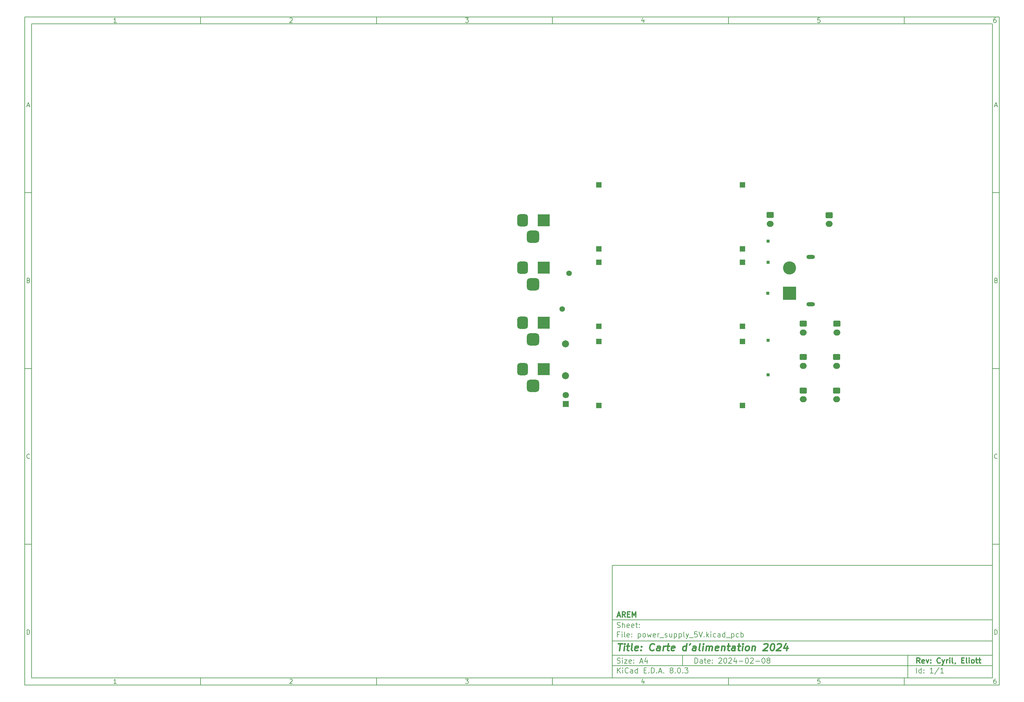
<source format=gbr>
%TF.GenerationSoftware,KiCad,Pcbnew,8.0.3*%
%TF.CreationDate,2024-09-28T16:10:37+02:00*%
%TF.ProjectId,power_supply_5V,706f7765-725f-4737-9570-706c795f3556,Cyril_ Eliott*%
%TF.SameCoordinates,Original*%
%TF.FileFunction,Copper,L2,Bot*%
%TF.FilePolarity,Positive*%
%FSLAX46Y46*%
G04 Gerber Fmt 4.6, Leading zero omitted, Abs format (unit mm)*
G04 Created by KiCad (PCBNEW 8.0.3) date 2024-09-28 16:10:37*
%MOMM*%
%LPD*%
G01*
G04 APERTURE LIST*
G04 Aperture macros list*
%AMRoundRect*
0 Rectangle with rounded corners*
0 $1 Rounding radius*
0 $2 $3 $4 $5 $6 $7 $8 $9 X,Y pos of 4 corners*
0 Add a 4 corners polygon primitive as box body*
4,1,4,$2,$3,$4,$5,$6,$7,$8,$9,$2,$3,0*
0 Add four circle primitives for the rounded corners*
1,1,$1+$1,$2,$3*
1,1,$1+$1,$4,$5*
1,1,$1+$1,$6,$7*
1,1,$1+$1,$8,$9*
0 Add four rect primitives between the rounded corners*
20,1,$1+$1,$2,$3,$4,$5,0*
20,1,$1+$1,$4,$5,$6,$7,0*
20,1,$1+$1,$6,$7,$8,$9,0*
20,1,$1+$1,$8,$9,$2,$3,0*%
G04 Aperture macros list end*
%ADD10C,0.100000*%
%ADD11C,0.150000*%
%ADD12C,0.300000*%
%ADD13C,0.400000*%
%TA.AperFunction,ComponentPad*%
%ADD14RoundRect,0.250000X-0.750000X0.600000X-0.750000X-0.600000X0.750000X-0.600000X0.750000X0.600000X0*%
%TD*%
%TA.AperFunction,ComponentPad*%
%ADD15O,2.000000X1.700000*%
%TD*%
%TA.AperFunction,ComponentPad*%
%ADD16R,3.500000X3.500000*%
%TD*%
%TA.AperFunction,ComponentPad*%
%ADD17RoundRect,0.750000X-0.750000X-1.000000X0.750000X-1.000000X0.750000X1.000000X-0.750000X1.000000X0*%
%TD*%
%TA.AperFunction,ComponentPad*%
%ADD18RoundRect,0.875000X-0.875000X-0.875000X0.875000X-0.875000X0.875000X0.875000X-0.875000X0.875000X0*%
%TD*%
%TA.AperFunction,ComponentPad*%
%ADD19R,1.524000X1.524000*%
%TD*%
%TA.AperFunction,ComponentPad*%
%ADD20R,0.850000X0.850000*%
%TD*%
%TA.AperFunction,ComponentPad*%
%ADD21C,2.000000*%
%TD*%
%TA.AperFunction,ComponentPad*%
%ADD22R,3.716000X3.716000*%
%TD*%
%TA.AperFunction,ComponentPad*%
%ADD23C,3.716000*%
%TD*%
%TA.AperFunction,ComponentPad*%
%ADD24O,2.400000X1.200000*%
%TD*%
%TA.AperFunction,ComponentPad*%
%ADD25C,1.560000*%
%TD*%
%TA.AperFunction,ComponentPad*%
%ADD26R,1.800000X1.800000*%
%TD*%
%TA.AperFunction,ComponentPad*%
%ADD27C,1.800000*%
%TD*%
G04 APERTURE END LIST*
D10*
D11*
X177002200Y-166007200D02*
X285002200Y-166007200D01*
X285002200Y-198007200D01*
X177002200Y-198007200D01*
X177002200Y-166007200D01*
D10*
D11*
X10000000Y-10000000D02*
X287002200Y-10000000D01*
X287002200Y-200007200D01*
X10000000Y-200007200D01*
X10000000Y-10000000D01*
D10*
D11*
X12000000Y-12000000D02*
X285002200Y-12000000D01*
X285002200Y-198007200D01*
X12000000Y-198007200D01*
X12000000Y-12000000D01*
D10*
D11*
X60000000Y-12000000D02*
X60000000Y-10000000D01*
D10*
D11*
X110000000Y-12000000D02*
X110000000Y-10000000D01*
D10*
D11*
X160000000Y-12000000D02*
X160000000Y-10000000D01*
D10*
D11*
X210000000Y-12000000D02*
X210000000Y-10000000D01*
D10*
D11*
X260000000Y-12000000D02*
X260000000Y-10000000D01*
D10*
D11*
X36089160Y-11593604D02*
X35346303Y-11593604D01*
X35717731Y-11593604D02*
X35717731Y-10293604D01*
X35717731Y-10293604D02*
X35593922Y-10479319D01*
X35593922Y-10479319D02*
X35470112Y-10603128D01*
X35470112Y-10603128D02*
X35346303Y-10665033D01*
D10*
D11*
X85346303Y-10417414D02*
X85408207Y-10355509D01*
X85408207Y-10355509D02*
X85532017Y-10293604D01*
X85532017Y-10293604D02*
X85841541Y-10293604D01*
X85841541Y-10293604D02*
X85965350Y-10355509D01*
X85965350Y-10355509D02*
X86027255Y-10417414D01*
X86027255Y-10417414D02*
X86089160Y-10541223D01*
X86089160Y-10541223D02*
X86089160Y-10665033D01*
X86089160Y-10665033D02*
X86027255Y-10850747D01*
X86027255Y-10850747D02*
X85284398Y-11593604D01*
X85284398Y-11593604D02*
X86089160Y-11593604D01*
D10*
D11*
X135284398Y-10293604D02*
X136089160Y-10293604D01*
X136089160Y-10293604D02*
X135655826Y-10788842D01*
X135655826Y-10788842D02*
X135841541Y-10788842D01*
X135841541Y-10788842D02*
X135965350Y-10850747D01*
X135965350Y-10850747D02*
X136027255Y-10912652D01*
X136027255Y-10912652D02*
X136089160Y-11036461D01*
X136089160Y-11036461D02*
X136089160Y-11345985D01*
X136089160Y-11345985D02*
X136027255Y-11469795D01*
X136027255Y-11469795D02*
X135965350Y-11531700D01*
X135965350Y-11531700D02*
X135841541Y-11593604D01*
X135841541Y-11593604D02*
X135470112Y-11593604D01*
X135470112Y-11593604D02*
X135346303Y-11531700D01*
X135346303Y-11531700D02*
X135284398Y-11469795D01*
D10*
D11*
X185965350Y-10726938D02*
X185965350Y-11593604D01*
X185655826Y-10231700D02*
X185346303Y-11160271D01*
X185346303Y-11160271D02*
X186151064Y-11160271D01*
D10*
D11*
X236027255Y-10293604D02*
X235408207Y-10293604D01*
X235408207Y-10293604D02*
X235346303Y-10912652D01*
X235346303Y-10912652D02*
X235408207Y-10850747D01*
X235408207Y-10850747D02*
X235532017Y-10788842D01*
X235532017Y-10788842D02*
X235841541Y-10788842D01*
X235841541Y-10788842D02*
X235965350Y-10850747D01*
X235965350Y-10850747D02*
X236027255Y-10912652D01*
X236027255Y-10912652D02*
X236089160Y-11036461D01*
X236089160Y-11036461D02*
X236089160Y-11345985D01*
X236089160Y-11345985D02*
X236027255Y-11469795D01*
X236027255Y-11469795D02*
X235965350Y-11531700D01*
X235965350Y-11531700D02*
X235841541Y-11593604D01*
X235841541Y-11593604D02*
X235532017Y-11593604D01*
X235532017Y-11593604D02*
X235408207Y-11531700D01*
X235408207Y-11531700D02*
X235346303Y-11469795D01*
D10*
D11*
X285965350Y-10293604D02*
X285717731Y-10293604D01*
X285717731Y-10293604D02*
X285593922Y-10355509D01*
X285593922Y-10355509D02*
X285532017Y-10417414D01*
X285532017Y-10417414D02*
X285408207Y-10603128D01*
X285408207Y-10603128D02*
X285346303Y-10850747D01*
X285346303Y-10850747D02*
X285346303Y-11345985D01*
X285346303Y-11345985D02*
X285408207Y-11469795D01*
X285408207Y-11469795D02*
X285470112Y-11531700D01*
X285470112Y-11531700D02*
X285593922Y-11593604D01*
X285593922Y-11593604D02*
X285841541Y-11593604D01*
X285841541Y-11593604D02*
X285965350Y-11531700D01*
X285965350Y-11531700D02*
X286027255Y-11469795D01*
X286027255Y-11469795D02*
X286089160Y-11345985D01*
X286089160Y-11345985D02*
X286089160Y-11036461D01*
X286089160Y-11036461D02*
X286027255Y-10912652D01*
X286027255Y-10912652D02*
X285965350Y-10850747D01*
X285965350Y-10850747D02*
X285841541Y-10788842D01*
X285841541Y-10788842D02*
X285593922Y-10788842D01*
X285593922Y-10788842D02*
X285470112Y-10850747D01*
X285470112Y-10850747D02*
X285408207Y-10912652D01*
X285408207Y-10912652D02*
X285346303Y-11036461D01*
D10*
D11*
X60000000Y-198007200D02*
X60000000Y-200007200D01*
D10*
D11*
X110000000Y-198007200D02*
X110000000Y-200007200D01*
D10*
D11*
X160000000Y-198007200D02*
X160000000Y-200007200D01*
D10*
D11*
X210000000Y-198007200D02*
X210000000Y-200007200D01*
D10*
D11*
X260000000Y-198007200D02*
X260000000Y-200007200D01*
D10*
D11*
X36089160Y-199600804D02*
X35346303Y-199600804D01*
X35717731Y-199600804D02*
X35717731Y-198300804D01*
X35717731Y-198300804D02*
X35593922Y-198486519D01*
X35593922Y-198486519D02*
X35470112Y-198610328D01*
X35470112Y-198610328D02*
X35346303Y-198672233D01*
D10*
D11*
X85346303Y-198424614D02*
X85408207Y-198362709D01*
X85408207Y-198362709D02*
X85532017Y-198300804D01*
X85532017Y-198300804D02*
X85841541Y-198300804D01*
X85841541Y-198300804D02*
X85965350Y-198362709D01*
X85965350Y-198362709D02*
X86027255Y-198424614D01*
X86027255Y-198424614D02*
X86089160Y-198548423D01*
X86089160Y-198548423D02*
X86089160Y-198672233D01*
X86089160Y-198672233D02*
X86027255Y-198857947D01*
X86027255Y-198857947D02*
X85284398Y-199600804D01*
X85284398Y-199600804D02*
X86089160Y-199600804D01*
D10*
D11*
X135284398Y-198300804D02*
X136089160Y-198300804D01*
X136089160Y-198300804D02*
X135655826Y-198796042D01*
X135655826Y-198796042D02*
X135841541Y-198796042D01*
X135841541Y-198796042D02*
X135965350Y-198857947D01*
X135965350Y-198857947D02*
X136027255Y-198919852D01*
X136027255Y-198919852D02*
X136089160Y-199043661D01*
X136089160Y-199043661D02*
X136089160Y-199353185D01*
X136089160Y-199353185D02*
X136027255Y-199476995D01*
X136027255Y-199476995D02*
X135965350Y-199538900D01*
X135965350Y-199538900D02*
X135841541Y-199600804D01*
X135841541Y-199600804D02*
X135470112Y-199600804D01*
X135470112Y-199600804D02*
X135346303Y-199538900D01*
X135346303Y-199538900D02*
X135284398Y-199476995D01*
D10*
D11*
X185965350Y-198734138D02*
X185965350Y-199600804D01*
X185655826Y-198238900D02*
X185346303Y-199167471D01*
X185346303Y-199167471D02*
X186151064Y-199167471D01*
D10*
D11*
X236027255Y-198300804D02*
X235408207Y-198300804D01*
X235408207Y-198300804D02*
X235346303Y-198919852D01*
X235346303Y-198919852D02*
X235408207Y-198857947D01*
X235408207Y-198857947D02*
X235532017Y-198796042D01*
X235532017Y-198796042D02*
X235841541Y-198796042D01*
X235841541Y-198796042D02*
X235965350Y-198857947D01*
X235965350Y-198857947D02*
X236027255Y-198919852D01*
X236027255Y-198919852D02*
X236089160Y-199043661D01*
X236089160Y-199043661D02*
X236089160Y-199353185D01*
X236089160Y-199353185D02*
X236027255Y-199476995D01*
X236027255Y-199476995D02*
X235965350Y-199538900D01*
X235965350Y-199538900D02*
X235841541Y-199600804D01*
X235841541Y-199600804D02*
X235532017Y-199600804D01*
X235532017Y-199600804D02*
X235408207Y-199538900D01*
X235408207Y-199538900D02*
X235346303Y-199476995D01*
D10*
D11*
X285965350Y-198300804D02*
X285717731Y-198300804D01*
X285717731Y-198300804D02*
X285593922Y-198362709D01*
X285593922Y-198362709D02*
X285532017Y-198424614D01*
X285532017Y-198424614D02*
X285408207Y-198610328D01*
X285408207Y-198610328D02*
X285346303Y-198857947D01*
X285346303Y-198857947D02*
X285346303Y-199353185D01*
X285346303Y-199353185D02*
X285408207Y-199476995D01*
X285408207Y-199476995D02*
X285470112Y-199538900D01*
X285470112Y-199538900D02*
X285593922Y-199600804D01*
X285593922Y-199600804D02*
X285841541Y-199600804D01*
X285841541Y-199600804D02*
X285965350Y-199538900D01*
X285965350Y-199538900D02*
X286027255Y-199476995D01*
X286027255Y-199476995D02*
X286089160Y-199353185D01*
X286089160Y-199353185D02*
X286089160Y-199043661D01*
X286089160Y-199043661D02*
X286027255Y-198919852D01*
X286027255Y-198919852D02*
X285965350Y-198857947D01*
X285965350Y-198857947D02*
X285841541Y-198796042D01*
X285841541Y-198796042D02*
X285593922Y-198796042D01*
X285593922Y-198796042D02*
X285470112Y-198857947D01*
X285470112Y-198857947D02*
X285408207Y-198919852D01*
X285408207Y-198919852D02*
X285346303Y-199043661D01*
D10*
D11*
X10000000Y-60000000D02*
X12000000Y-60000000D01*
D10*
D11*
X10000000Y-110000000D02*
X12000000Y-110000000D01*
D10*
D11*
X10000000Y-160000000D02*
X12000000Y-160000000D01*
D10*
D11*
X10690476Y-35222176D02*
X11309523Y-35222176D01*
X10566666Y-35593604D02*
X10999999Y-34293604D01*
X10999999Y-34293604D02*
X11433333Y-35593604D01*
D10*
D11*
X11092857Y-84912652D02*
X11278571Y-84974557D01*
X11278571Y-84974557D02*
X11340476Y-85036461D01*
X11340476Y-85036461D02*
X11402380Y-85160271D01*
X11402380Y-85160271D02*
X11402380Y-85345985D01*
X11402380Y-85345985D02*
X11340476Y-85469795D01*
X11340476Y-85469795D02*
X11278571Y-85531700D01*
X11278571Y-85531700D02*
X11154761Y-85593604D01*
X11154761Y-85593604D02*
X10659523Y-85593604D01*
X10659523Y-85593604D02*
X10659523Y-84293604D01*
X10659523Y-84293604D02*
X11092857Y-84293604D01*
X11092857Y-84293604D02*
X11216666Y-84355509D01*
X11216666Y-84355509D02*
X11278571Y-84417414D01*
X11278571Y-84417414D02*
X11340476Y-84541223D01*
X11340476Y-84541223D02*
X11340476Y-84665033D01*
X11340476Y-84665033D02*
X11278571Y-84788842D01*
X11278571Y-84788842D02*
X11216666Y-84850747D01*
X11216666Y-84850747D02*
X11092857Y-84912652D01*
X11092857Y-84912652D02*
X10659523Y-84912652D01*
D10*
D11*
X11402380Y-135469795D02*
X11340476Y-135531700D01*
X11340476Y-135531700D02*
X11154761Y-135593604D01*
X11154761Y-135593604D02*
X11030952Y-135593604D01*
X11030952Y-135593604D02*
X10845238Y-135531700D01*
X10845238Y-135531700D02*
X10721428Y-135407890D01*
X10721428Y-135407890D02*
X10659523Y-135284080D01*
X10659523Y-135284080D02*
X10597619Y-135036461D01*
X10597619Y-135036461D02*
X10597619Y-134850747D01*
X10597619Y-134850747D02*
X10659523Y-134603128D01*
X10659523Y-134603128D02*
X10721428Y-134479319D01*
X10721428Y-134479319D02*
X10845238Y-134355509D01*
X10845238Y-134355509D02*
X11030952Y-134293604D01*
X11030952Y-134293604D02*
X11154761Y-134293604D01*
X11154761Y-134293604D02*
X11340476Y-134355509D01*
X11340476Y-134355509D02*
X11402380Y-134417414D01*
D10*
D11*
X10659523Y-185593604D02*
X10659523Y-184293604D01*
X10659523Y-184293604D02*
X10969047Y-184293604D01*
X10969047Y-184293604D02*
X11154761Y-184355509D01*
X11154761Y-184355509D02*
X11278571Y-184479319D01*
X11278571Y-184479319D02*
X11340476Y-184603128D01*
X11340476Y-184603128D02*
X11402380Y-184850747D01*
X11402380Y-184850747D02*
X11402380Y-185036461D01*
X11402380Y-185036461D02*
X11340476Y-185284080D01*
X11340476Y-185284080D02*
X11278571Y-185407890D01*
X11278571Y-185407890D02*
X11154761Y-185531700D01*
X11154761Y-185531700D02*
X10969047Y-185593604D01*
X10969047Y-185593604D02*
X10659523Y-185593604D01*
D10*
D11*
X287002200Y-60000000D02*
X285002200Y-60000000D01*
D10*
D11*
X287002200Y-110000000D02*
X285002200Y-110000000D01*
D10*
D11*
X287002200Y-160000000D02*
X285002200Y-160000000D01*
D10*
D11*
X285692676Y-35222176D02*
X286311723Y-35222176D01*
X285568866Y-35593604D02*
X286002199Y-34293604D01*
X286002199Y-34293604D02*
X286435533Y-35593604D01*
D10*
D11*
X286095057Y-84912652D02*
X286280771Y-84974557D01*
X286280771Y-84974557D02*
X286342676Y-85036461D01*
X286342676Y-85036461D02*
X286404580Y-85160271D01*
X286404580Y-85160271D02*
X286404580Y-85345985D01*
X286404580Y-85345985D02*
X286342676Y-85469795D01*
X286342676Y-85469795D02*
X286280771Y-85531700D01*
X286280771Y-85531700D02*
X286156961Y-85593604D01*
X286156961Y-85593604D02*
X285661723Y-85593604D01*
X285661723Y-85593604D02*
X285661723Y-84293604D01*
X285661723Y-84293604D02*
X286095057Y-84293604D01*
X286095057Y-84293604D02*
X286218866Y-84355509D01*
X286218866Y-84355509D02*
X286280771Y-84417414D01*
X286280771Y-84417414D02*
X286342676Y-84541223D01*
X286342676Y-84541223D02*
X286342676Y-84665033D01*
X286342676Y-84665033D02*
X286280771Y-84788842D01*
X286280771Y-84788842D02*
X286218866Y-84850747D01*
X286218866Y-84850747D02*
X286095057Y-84912652D01*
X286095057Y-84912652D02*
X285661723Y-84912652D01*
D10*
D11*
X286404580Y-135469795D02*
X286342676Y-135531700D01*
X286342676Y-135531700D02*
X286156961Y-135593604D01*
X286156961Y-135593604D02*
X286033152Y-135593604D01*
X286033152Y-135593604D02*
X285847438Y-135531700D01*
X285847438Y-135531700D02*
X285723628Y-135407890D01*
X285723628Y-135407890D02*
X285661723Y-135284080D01*
X285661723Y-135284080D02*
X285599819Y-135036461D01*
X285599819Y-135036461D02*
X285599819Y-134850747D01*
X285599819Y-134850747D02*
X285661723Y-134603128D01*
X285661723Y-134603128D02*
X285723628Y-134479319D01*
X285723628Y-134479319D02*
X285847438Y-134355509D01*
X285847438Y-134355509D02*
X286033152Y-134293604D01*
X286033152Y-134293604D02*
X286156961Y-134293604D01*
X286156961Y-134293604D02*
X286342676Y-134355509D01*
X286342676Y-134355509D02*
X286404580Y-134417414D01*
D10*
D11*
X285661723Y-185593604D02*
X285661723Y-184293604D01*
X285661723Y-184293604D02*
X285971247Y-184293604D01*
X285971247Y-184293604D02*
X286156961Y-184355509D01*
X286156961Y-184355509D02*
X286280771Y-184479319D01*
X286280771Y-184479319D02*
X286342676Y-184603128D01*
X286342676Y-184603128D02*
X286404580Y-184850747D01*
X286404580Y-184850747D02*
X286404580Y-185036461D01*
X286404580Y-185036461D02*
X286342676Y-185284080D01*
X286342676Y-185284080D02*
X286280771Y-185407890D01*
X286280771Y-185407890D02*
X286156961Y-185531700D01*
X286156961Y-185531700D02*
X285971247Y-185593604D01*
X285971247Y-185593604D02*
X285661723Y-185593604D01*
D10*
D11*
X200458026Y-193793328D02*
X200458026Y-192293328D01*
X200458026Y-192293328D02*
X200815169Y-192293328D01*
X200815169Y-192293328D02*
X201029455Y-192364757D01*
X201029455Y-192364757D02*
X201172312Y-192507614D01*
X201172312Y-192507614D02*
X201243741Y-192650471D01*
X201243741Y-192650471D02*
X201315169Y-192936185D01*
X201315169Y-192936185D02*
X201315169Y-193150471D01*
X201315169Y-193150471D02*
X201243741Y-193436185D01*
X201243741Y-193436185D02*
X201172312Y-193579042D01*
X201172312Y-193579042D02*
X201029455Y-193721900D01*
X201029455Y-193721900D02*
X200815169Y-193793328D01*
X200815169Y-193793328D02*
X200458026Y-193793328D01*
X202600884Y-193793328D02*
X202600884Y-193007614D01*
X202600884Y-193007614D02*
X202529455Y-192864757D01*
X202529455Y-192864757D02*
X202386598Y-192793328D01*
X202386598Y-192793328D02*
X202100884Y-192793328D01*
X202100884Y-192793328D02*
X201958026Y-192864757D01*
X202600884Y-193721900D02*
X202458026Y-193793328D01*
X202458026Y-193793328D02*
X202100884Y-193793328D01*
X202100884Y-193793328D02*
X201958026Y-193721900D01*
X201958026Y-193721900D02*
X201886598Y-193579042D01*
X201886598Y-193579042D02*
X201886598Y-193436185D01*
X201886598Y-193436185D02*
X201958026Y-193293328D01*
X201958026Y-193293328D02*
X202100884Y-193221900D01*
X202100884Y-193221900D02*
X202458026Y-193221900D01*
X202458026Y-193221900D02*
X202600884Y-193150471D01*
X203100884Y-192793328D02*
X203672312Y-192793328D01*
X203315169Y-192293328D02*
X203315169Y-193579042D01*
X203315169Y-193579042D02*
X203386598Y-193721900D01*
X203386598Y-193721900D02*
X203529455Y-193793328D01*
X203529455Y-193793328D02*
X203672312Y-193793328D01*
X204743741Y-193721900D02*
X204600884Y-193793328D01*
X204600884Y-193793328D02*
X204315170Y-193793328D01*
X204315170Y-193793328D02*
X204172312Y-193721900D01*
X204172312Y-193721900D02*
X204100884Y-193579042D01*
X204100884Y-193579042D02*
X204100884Y-193007614D01*
X204100884Y-193007614D02*
X204172312Y-192864757D01*
X204172312Y-192864757D02*
X204315170Y-192793328D01*
X204315170Y-192793328D02*
X204600884Y-192793328D01*
X204600884Y-192793328D02*
X204743741Y-192864757D01*
X204743741Y-192864757D02*
X204815170Y-193007614D01*
X204815170Y-193007614D02*
X204815170Y-193150471D01*
X204815170Y-193150471D02*
X204100884Y-193293328D01*
X205458026Y-193650471D02*
X205529455Y-193721900D01*
X205529455Y-193721900D02*
X205458026Y-193793328D01*
X205458026Y-193793328D02*
X205386598Y-193721900D01*
X205386598Y-193721900D02*
X205458026Y-193650471D01*
X205458026Y-193650471D02*
X205458026Y-193793328D01*
X205458026Y-192864757D02*
X205529455Y-192936185D01*
X205529455Y-192936185D02*
X205458026Y-193007614D01*
X205458026Y-193007614D02*
X205386598Y-192936185D01*
X205386598Y-192936185D02*
X205458026Y-192864757D01*
X205458026Y-192864757D02*
X205458026Y-193007614D01*
X207243741Y-192436185D02*
X207315169Y-192364757D01*
X207315169Y-192364757D02*
X207458027Y-192293328D01*
X207458027Y-192293328D02*
X207815169Y-192293328D01*
X207815169Y-192293328D02*
X207958027Y-192364757D01*
X207958027Y-192364757D02*
X208029455Y-192436185D01*
X208029455Y-192436185D02*
X208100884Y-192579042D01*
X208100884Y-192579042D02*
X208100884Y-192721900D01*
X208100884Y-192721900D02*
X208029455Y-192936185D01*
X208029455Y-192936185D02*
X207172312Y-193793328D01*
X207172312Y-193793328D02*
X208100884Y-193793328D01*
X209029455Y-192293328D02*
X209172312Y-192293328D01*
X209172312Y-192293328D02*
X209315169Y-192364757D01*
X209315169Y-192364757D02*
X209386598Y-192436185D01*
X209386598Y-192436185D02*
X209458026Y-192579042D01*
X209458026Y-192579042D02*
X209529455Y-192864757D01*
X209529455Y-192864757D02*
X209529455Y-193221900D01*
X209529455Y-193221900D02*
X209458026Y-193507614D01*
X209458026Y-193507614D02*
X209386598Y-193650471D01*
X209386598Y-193650471D02*
X209315169Y-193721900D01*
X209315169Y-193721900D02*
X209172312Y-193793328D01*
X209172312Y-193793328D02*
X209029455Y-193793328D01*
X209029455Y-193793328D02*
X208886598Y-193721900D01*
X208886598Y-193721900D02*
X208815169Y-193650471D01*
X208815169Y-193650471D02*
X208743740Y-193507614D01*
X208743740Y-193507614D02*
X208672312Y-193221900D01*
X208672312Y-193221900D02*
X208672312Y-192864757D01*
X208672312Y-192864757D02*
X208743740Y-192579042D01*
X208743740Y-192579042D02*
X208815169Y-192436185D01*
X208815169Y-192436185D02*
X208886598Y-192364757D01*
X208886598Y-192364757D02*
X209029455Y-192293328D01*
X210100883Y-192436185D02*
X210172311Y-192364757D01*
X210172311Y-192364757D02*
X210315169Y-192293328D01*
X210315169Y-192293328D02*
X210672311Y-192293328D01*
X210672311Y-192293328D02*
X210815169Y-192364757D01*
X210815169Y-192364757D02*
X210886597Y-192436185D01*
X210886597Y-192436185D02*
X210958026Y-192579042D01*
X210958026Y-192579042D02*
X210958026Y-192721900D01*
X210958026Y-192721900D02*
X210886597Y-192936185D01*
X210886597Y-192936185D02*
X210029454Y-193793328D01*
X210029454Y-193793328D02*
X210958026Y-193793328D01*
X212243740Y-192793328D02*
X212243740Y-193793328D01*
X211886597Y-192221900D02*
X211529454Y-193293328D01*
X211529454Y-193293328D02*
X212458025Y-193293328D01*
X213029453Y-193221900D02*
X214172311Y-193221900D01*
X215172311Y-192293328D02*
X215315168Y-192293328D01*
X215315168Y-192293328D02*
X215458025Y-192364757D01*
X215458025Y-192364757D02*
X215529454Y-192436185D01*
X215529454Y-192436185D02*
X215600882Y-192579042D01*
X215600882Y-192579042D02*
X215672311Y-192864757D01*
X215672311Y-192864757D02*
X215672311Y-193221900D01*
X215672311Y-193221900D02*
X215600882Y-193507614D01*
X215600882Y-193507614D02*
X215529454Y-193650471D01*
X215529454Y-193650471D02*
X215458025Y-193721900D01*
X215458025Y-193721900D02*
X215315168Y-193793328D01*
X215315168Y-193793328D02*
X215172311Y-193793328D01*
X215172311Y-193793328D02*
X215029454Y-193721900D01*
X215029454Y-193721900D02*
X214958025Y-193650471D01*
X214958025Y-193650471D02*
X214886596Y-193507614D01*
X214886596Y-193507614D02*
X214815168Y-193221900D01*
X214815168Y-193221900D02*
X214815168Y-192864757D01*
X214815168Y-192864757D02*
X214886596Y-192579042D01*
X214886596Y-192579042D02*
X214958025Y-192436185D01*
X214958025Y-192436185D02*
X215029454Y-192364757D01*
X215029454Y-192364757D02*
X215172311Y-192293328D01*
X216243739Y-192436185D02*
X216315167Y-192364757D01*
X216315167Y-192364757D02*
X216458025Y-192293328D01*
X216458025Y-192293328D02*
X216815167Y-192293328D01*
X216815167Y-192293328D02*
X216958025Y-192364757D01*
X216958025Y-192364757D02*
X217029453Y-192436185D01*
X217029453Y-192436185D02*
X217100882Y-192579042D01*
X217100882Y-192579042D02*
X217100882Y-192721900D01*
X217100882Y-192721900D02*
X217029453Y-192936185D01*
X217029453Y-192936185D02*
X216172310Y-193793328D01*
X216172310Y-193793328D02*
X217100882Y-193793328D01*
X217743738Y-193221900D02*
X218886596Y-193221900D01*
X219886596Y-192293328D02*
X220029453Y-192293328D01*
X220029453Y-192293328D02*
X220172310Y-192364757D01*
X220172310Y-192364757D02*
X220243739Y-192436185D01*
X220243739Y-192436185D02*
X220315167Y-192579042D01*
X220315167Y-192579042D02*
X220386596Y-192864757D01*
X220386596Y-192864757D02*
X220386596Y-193221900D01*
X220386596Y-193221900D02*
X220315167Y-193507614D01*
X220315167Y-193507614D02*
X220243739Y-193650471D01*
X220243739Y-193650471D02*
X220172310Y-193721900D01*
X220172310Y-193721900D02*
X220029453Y-193793328D01*
X220029453Y-193793328D02*
X219886596Y-193793328D01*
X219886596Y-193793328D02*
X219743739Y-193721900D01*
X219743739Y-193721900D02*
X219672310Y-193650471D01*
X219672310Y-193650471D02*
X219600881Y-193507614D01*
X219600881Y-193507614D02*
X219529453Y-193221900D01*
X219529453Y-193221900D02*
X219529453Y-192864757D01*
X219529453Y-192864757D02*
X219600881Y-192579042D01*
X219600881Y-192579042D02*
X219672310Y-192436185D01*
X219672310Y-192436185D02*
X219743739Y-192364757D01*
X219743739Y-192364757D02*
X219886596Y-192293328D01*
X221243738Y-192936185D02*
X221100881Y-192864757D01*
X221100881Y-192864757D02*
X221029452Y-192793328D01*
X221029452Y-192793328D02*
X220958024Y-192650471D01*
X220958024Y-192650471D02*
X220958024Y-192579042D01*
X220958024Y-192579042D02*
X221029452Y-192436185D01*
X221029452Y-192436185D02*
X221100881Y-192364757D01*
X221100881Y-192364757D02*
X221243738Y-192293328D01*
X221243738Y-192293328D02*
X221529452Y-192293328D01*
X221529452Y-192293328D02*
X221672310Y-192364757D01*
X221672310Y-192364757D02*
X221743738Y-192436185D01*
X221743738Y-192436185D02*
X221815167Y-192579042D01*
X221815167Y-192579042D02*
X221815167Y-192650471D01*
X221815167Y-192650471D02*
X221743738Y-192793328D01*
X221743738Y-192793328D02*
X221672310Y-192864757D01*
X221672310Y-192864757D02*
X221529452Y-192936185D01*
X221529452Y-192936185D02*
X221243738Y-192936185D01*
X221243738Y-192936185D02*
X221100881Y-193007614D01*
X221100881Y-193007614D02*
X221029452Y-193079042D01*
X221029452Y-193079042D02*
X220958024Y-193221900D01*
X220958024Y-193221900D02*
X220958024Y-193507614D01*
X220958024Y-193507614D02*
X221029452Y-193650471D01*
X221029452Y-193650471D02*
X221100881Y-193721900D01*
X221100881Y-193721900D02*
X221243738Y-193793328D01*
X221243738Y-193793328D02*
X221529452Y-193793328D01*
X221529452Y-193793328D02*
X221672310Y-193721900D01*
X221672310Y-193721900D02*
X221743738Y-193650471D01*
X221743738Y-193650471D02*
X221815167Y-193507614D01*
X221815167Y-193507614D02*
X221815167Y-193221900D01*
X221815167Y-193221900D02*
X221743738Y-193079042D01*
X221743738Y-193079042D02*
X221672310Y-193007614D01*
X221672310Y-193007614D02*
X221529452Y-192936185D01*
D10*
D11*
X177002200Y-194507200D02*
X285002200Y-194507200D01*
D10*
D11*
X178458026Y-196593328D02*
X178458026Y-195093328D01*
X179315169Y-196593328D02*
X178672312Y-195736185D01*
X179315169Y-195093328D02*
X178458026Y-195950471D01*
X179958026Y-196593328D02*
X179958026Y-195593328D01*
X179958026Y-195093328D02*
X179886598Y-195164757D01*
X179886598Y-195164757D02*
X179958026Y-195236185D01*
X179958026Y-195236185D02*
X180029455Y-195164757D01*
X180029455Y-195164757D02*
X179958026Y-195093328D01*
X179958026Y-195093328D02*
X179958026Y-195236185D01*
X181529455Y-196450471D02*
X181458027Y-196521900D01*
X181458027Y-196521900D02*
X181243741Y-196593328D01*
X181243741Y-196593328D02*
X181100884Y-196593328D01*
X181100884Y-196593328D02*
X180886598Y-196521900D01*
X180886598Y-196521900D02*
X180743741Y-196379042D01*
X180743741Y-196379042D02*
X180672312Y-196236185D01*
X180672312Y-196236185D02*
X180600884Y-195950471D01*
X180600884Y-195950471D02*
X180600884Y-195736185D01*
X180600884Y-195736185D02*
X180672312Y-195450471D01*
X180672312Y-195450471D02*
X180743741Y-195307614D01*
X180743741Y-195307614D02*
X180886598Y-195164757D01*
X180886598Y-195164757D02*
X181100884Y-195093328D01*
X181100884Y-195093328D02*
X181243741Y-195093328D01*
X181243741Y-195093328D02*
X181458027Y-195164757D01*
X181458027Y-195164757D02*
X181529455Y-195236185D01*
X182815170Y-196593328D02*
X182815170Y-195807614D01*
X182815170Y-195807614D02*
X182743741Y-195664757D01*
X182743741Y-195664757D02*
X182600884Y-195593328D01*
X182600884Y-195593328D02*
X182315170Y-195593328D01*
X182315170Y-195593328D02*
X182172312Y-195664757D01*
X182815170Y-196521900D02*
X182672312Y-196593328D01*
X182672312Y-196593328D02*
X182315170Y-196593328D01*
X182315170Y-196593328D02*
X182172312Y-196521900D01*
X182172312Y-196521900D02*
X182100884Y-196379042D01*
X182100884Y-196379042D02*
X182100884Y-196236185D01*
X182100884Y-196236185D02*
X182172312Y-196093328D01*
X182172312Y-196093328D02*
X182315170Y-196021900D01*
X182315170Y-196021900D02*
X182672312Y-196021900D01*
X182672312Y-196021900D02*
X182815170Y-195950471D01*
X184172313Y-196593328D02*
X184172313Y-195093328D01*
X184172313Y-196521900D02*
X184029455Y-196593328D01*
X184029455Y-196593328D02*
X183743741Y-196593328D01*
X183743741Y-196593328D02*
X183600884Y-196521900D01*
X183600884Y-196521900D02*
X183529455Y-196450471D01*
X183529455Y-196450471D02*
X183458027Y-196307614D01*
X183458027Y-196307614D02*
X183458027Y-195879042D01*
X183458027Y-195879042D02*
X183529455Y-195736185D01*
X183529455Y-195736185D02*
X183600884Y-195664757D01*
X183600884Y-195664757D02*
X183743741Y-195593328D01*
X183743741Y-195593328D02*
X184029455Y-195593328D01*
X184029455Y-195593328D02*
X184172313Y-195664757D01*
X186029455Y-195807614D02*
X186529455Y-195807614D01*
X186743741Y-196593328D02*
X186029455Y-196593328D01*
X186029455Y-196593328D02*
X186029455Y-195093328D01*
X186029455Y-195093328D02*
X186743741Y-195093328D01*
X187386598Y-196450471D02*
X187458027Y-196521900D01*
X187458027Y-196521900D02*
X187386598Y-196593328D01*
X187386598Y-196593328D02*
X187315170Y-196521900D01*
X187315170Y-196521900D02*
X187386598Y-196450471D01*
X187386598Y-196450471D02*
X187386598Y-196593328D01*
X188100884Y-196593328D02*
X188100884Y-195093328D01*
X188100884Y-195093328D02*
X188458027Y-195093328D01*
X188458027Y-195093328D02*
X188672313Y-195164757D01*
X188672313Y-195164757D02*
X188815170Y-195307614D01*
X188815170Y-195307614D02*
X188886599Y-195450471D01*
X188886599Y-195450471D02*
X188958027Y-195736185D01*
X188958027Y-195736185D02*
X188958027Y-195950471D01*
X188958027Y-195950471D02*
X188886599Y-196236185D01*
X188886599Y-196236185D02*
X188815170Y-196379042D01*
X188815170Y-196379042D02*
X188672313Y-196521900D01*
X188672313Y-196521900D02*
X188458027Y-196593328D01*
X188458027Y-196593328D02*
X188100884Y-196593328D01*
X189600884Y-196450471D02*
X189672313Y-196521900D01*
X189672313Y-196521900D02*
X189600884Y-196593328D01*
X189600884Y-196593328D02*
X189529456Y-196521900D01*
X189529456Y-196521900D02*
X189600884Y-196450471D01*
X189600884Y-196450471D02*
X189600884Y-196593328D01*
X190243742Y-196164757D02*
X190958028Y-196164757D01*
X190100885Y-196593328D02*
X190600885Y-195093328D01*
X190600885Y-195093328D02*
X191100885Y-196593328D01*
X191600884Y-196450471D02*
X191672313Y-196521900D01*
X191672313Y-196521900D02*
X191600884Y-196593328D01*
X191600884Y-196593328D02*
X191529456Y-196521900D01*
X191529456Y-196521900D02*
X191600884Y-196450471D01*
X191600884Y-196450471D02*
X191600884Y-196593328D01*
X193672313Y-195736185D02*
X193529456Y-195664757D01*
X193529456Y-195664757D02*
X193458027Y-195593328D01*
X193458027Y-195593328D02*
X193386599Y-195450471D01*
X193386599Y-195450471D02*
X193386599Y-195379042D01*
X193386599Y-195379042D02*
X193458027Y-195236185D01*
X193458027Y-195236185D02*
X193529456Y-195164757D01*
X193529456Y-195164757D02*
X193672313Y-195093328D01*
X193672313Y-195093328D02*
X193958027Y-195093328D01*
X193958027Y-195093328D02*
X194100885Y-195164757D01*
X194100885Y-195164757D02*
X194172313Y-195236185D01*
X194172313Y-195236185D02*
X194243742Y-195379042D01*
X194243742Y-195379042D02*
X194243742Y-195450471D01*
X194243742Y-195450471D02*
X194172313Y-195593328D01*
X194172313Y-195593328D02*
X194100885Y-195664757D01*
X194100885Y-195664757D02*
X193958027Y-195736185D01*
X193958027Y-195736185D02*
X193672313Y-195736185D01*
X193672313Y-195736185D02*
X193529456Y-195807614D01*
X193529456Y-195807614D02*
X193458027Y-195879042D01*
X193458027Y-195879042D02*
X193386599Y-196021900D01*
X193386599Y-196021900D02*
X193386599Y-196307614D01*
X193386599Y-196307614D02*
X193458027Y-196450471D01*
X193458027Y-196450471D02*
X193529456Y-196521900D01*
X193529456Y-196521900D02*
X193672313Y-196593328D01*
X193672313Y-196593328D02*
X193958027Y-196593328D01*
X193958027Y-196593328D02*
X194100885Y-196521900D01*
X194100885Y-196521900D02*
X194172313Y-196450471D01*
X194172313Y-196450471D02*
X194243742Y-196307614D01*
X194243742Y-196307614D02*
X194243742Y-196021900D01*
X194243742Y-196021900D02*
X194172313Y-195879042D01*
X194172313Y-195879042D02*
X194100885Y-195807614D01*
X194100885Y-195807614D02*
X193958027Y-195736185D01*
X194886598Y-196450471D02*
X194958027Y-196521900D01*
X194958027Y-196521900D02*
X194886598Y-196593328D01*
X194886598Y-196593328D02*
X194815170Y-196521900D01*
X194815170Y-196521900D02*
X194886598Y-196450471D01*
X194886598Y-196450471D02*
X194886598Y-196593328D01*
X195886599Y-195093328D02*
X196029456Y-195093328D01*
X196029456Y-195093328D02*
X196172313Y-195164757D01*
X196172313Y-195164757D02*
X196243742Y-195236185D01*
X196243742Y-195236185D02*
X196315170Y-195379042D01*
X196315170Y-195379042D02*
X196386599Y-195664757D01*
X196386599Y-195664757D02*
X196386599Y-196021900D01*
X196386599Y-196021900D02*
X196315170Y-196307614D01*
X196315170Y-196307614D02*
X196243742Y-196450471D01*
X196243742Y-196450471D02*
X196172313Y-196521900D01*
X196172313Y-196521900D02*
X196029456Y-196593328D01*
X196029456Y-196593328D02*
X195886599Y-196593328D01*
X195886599Y-196593328D02*
X195743742Y-196521900D01*
X195743742Y-196521900D02*
X195672313Y-196450471D01*
X195672313Y-196450471D02*
X195600884Y-196307614D01*
X195600884Y-196307614D02*
X195529456Y-196021900D01*
X195529456Y-196021900D02*
X195529456Y-195664757D01*
X195529456Y-195664757D02*
X195600884Y-195379042D01*
X195600884Y-195379042D02*
X195672313Y-195236185D01*
X195672313Y-195236185D02*
X195743742Y-195164757D01*
X195743742Y-195164757D02*
X195886599Y-195093328D01*
X197029455Y-196450471D02*
X197100884Y-196521900D01*
X197100884Y-196521900D02*
X197029455Y-196593328D01*
X197029455Y-196593328D02*
X196958027Y-196521900D01*
X196958027Y-196521900D02*
X197029455Y-196450471D01*
X197029455Y-196450471D02*
X197029455Y-196593328D01*
X197600884Y-195093328D02*
X198529456Y-195093328D01*
X198529456Y-195093328D02*
X198029456Y-195664757D01*
X198029456Y-195664757D02*
X198243741Y-195664757D01*
X198243741Y-195664757D02*
X198386599Y-195736185D01*
X198386599Y-195736185D02*
X198458027Y-195807614D01*
X198458027Y-195807614D02*
X198529456Y-195950471D01*
X198529456Y-195950471D02*
X198529456Y-196307614D01*
X198529456Y-196307614D02*
X198458027Y-196450471D01*
X198458027Y-196450471D02*
X198386599Y-196521900D01*
X198386599Y-196521900D02*
X198243741Y-196593328D01*
X198243741Y-196593328D02*
X197815170Y-196593328D01*
X197815170Y-196593328D02*
X197672313Y-196521900D01*
X197672313Y-196521900D02*
X197600884Y-196450471D01*
D10*
D11*
X177002200Y-191507200D02*
X285002200Y-191507200D01*
D10*
D12*
X264413853Y-193785528D02*
X263913853Y-193071242D01*
X263556710Y-193785528D02*
X263556710Y-192285528D01*
X263556710Y-192285528D02*
X264128139Y-192285528D01*
X264128139Y-192285528D02*
X264270996Y-192356957D01*
X264270996Y-192356957D02*
X264342425Y-192428385D01*
X264342425Y-192428385D02*
X264413853Y-192571242D01*
X264413853Y-192571242D02*
X264413853Y-192785528D01*
X264413853Y-192785528D02*
X264342425Y-192928385D01*
X264342425Y-192928385D02*
X264270996Y-192999814D01*
X264270996Y-192999814D02*
X264128139Y-193071242D01*
X264128139Y-193071242D02*
X263556710Y-193071242D01*
X265628139Y-193714100D02*
X265485282Y-193785528D01*
X265485282Y-193785528D02*
X265199568Y-193785528D01*
X265199568Y-193785528D02*
X265056710Y-193714100D01*
X265056710Y-193714100D02*
X264985282Y-193571242D01*
X264985282Y-193571242D02*
X264985282Y-192999814D01*
X264985282Y-192999814D02*
X265056710Y-192856957D01*
X265056710Y-192856957D02*
X265199568Y-192785528D01*
X265199568Y-192785528D02*
X265485282Y-192785528D01*
X265485282Y-192785528D02*
X265628139Y-192856957D01*
X265628139Y-192856957D02*
X265699568Y-192999814D01*
X265699568Y-192999814D02*
X265699568Y-193142671D01*
X265699568Y-193142671D02*
X264985282Y-193285528D01*
X266199567Y-192785528D02*
X266556710Y-193785528D01*
X266556710Y-193785528D02*
X266913853Y-192785528D01*
X267485281Y-193642671D02*
X267556710Y-193714100D01*
X267556710Y-193714100D02*
X267485281Y-193785528D01*
X267485281Y-193785528D02*
X267413853Y-193714100D01*
X267413853Y-193714100D02*
X267485281Y-193642671D01*
X267485281Y-193642671D02*
X267485281Y-193785528D01*
X267485281Y-192856957D02*
X267556710Y-192928385D01*
X267556710Y-192928385D02*
X267485281Y-192999814D01*
X267485281Y-192999814D02*
X267413853Y-192928385D01*
X267413853Y-192928385D02*
X267485281Y-192856957D01*
X267485281Y-192856957D02*
X267485281Y-192999814D01*
X270199567Y-193642671D02*
X270128139Y-193714100D01*
X270128139Y-193714100D02*
X269913853Y-193785528D01*
X269913853Y-193785528D02*
X269770996Y-193785528D01*
X269770996Y-193785528D02*
X269556710Y-193714100D01*
X269556710Y-193714100D02*
X269413853Y-193571242D01*
X269413853Y-193571242D02*
X269342424Y-193428385D01*
X269342424Y-193428385D02*
X269270996Y-193142671D01*
X269270996Y-193142671D02*
X269270996Y-192928385D01*
X269270996Y-192928385D02*
X269342424Y-192642671D01*
X269342424Y-192642671D02*
X269413853Y-192499814D01*
X269413853Y-192499814D02*
X269556710Y-192356957D01*
X269556710Y-192356957D02*
X269770996Y-192285528D01*
X269770996Y-192285528D02*
X269913853Y-192285528D01*
X269913853Y-192285528D02*
X270128139Y-192356957D01*
X270128139Y-192356957D02*
X270199567Y-192428385D01*
X270699567Y-192785528D02*
X271056710Y-193785528D01*
X271413853Y-192785528D02*
X271056710Y-193785528D01*
X271056710Y-193785528D02*
X270913853Y-194142671D01*
X270913853Y-194142671D02*
X270842424Y-194214100D01*
X270842424Y-194214100D02*
X270699567Y-194285528D01*
X271985281Y-193785528D02*
X271985281Y-192785528D01*
X271985281Y-193071242D02*
X272056710Y-192928385D01*
X272056710Y-192928385D02*
X272128139Y-192856957D01*
X272128139Y-192856957D02*
X272270996Y-192785528D01*
X272270996Y-192785528D02*
X272413853Y-192785528D01*
X272913852Y-193785528D02*
X272913852Y-192785528D01*
X272913852Y-192285528D02*
X272842424Y-192356957D01*
X272842424Y-192356957D02*
X272913852Y-192428385D01*
X272913852Y-192428385D02*
X272985281Y-192356957D01*
X272985281Y-192356957D02*
X272913852Y-192285528D01*
X272913852Y-192285528D02*
X272913852Y-192428385D01*
X273842424Y-193785528D02*
X273699567Y-193714100D01*
X273699567Y-193714100D02*
X273628138Y-193571242D01*
X273628138Y-193571242D02*
X273628138Y-192285528D01*
X274485281Y-193714100D02*
X274485281Y-193785528D01*
X274485281Y-193785528D02*
X274413852Y-193928385D01*
X274413852Y-193928385D02*
X274342424Y-193999814D01*
X276270995Y-192999814D02*
X276770995Y-192999814D01*
X276985281Y-193785528D02*
X276270995Y-193785528D01*
X276270995Y-193785528D02*
X276270995Y-192285528D01*
X276270995Y-192285528D02*
X276985281Y-192285528D01*
X277842424Y-193785528D02*
X277699567Y-193714100D01*
X277699567Y-193714100D02*
X277628138Y-193571242D01*
X277628138Y-193571242D02*
X277628138Y-192285528D01*
X278413852Y-193785528D02*
X278413852Y-192785528D01*
X278413852Y-192285528D02*
X278342424Y-192356957D01*
X278342424Y-192356957D02*
X278413852Y-192428385D01*
X278413852Y-192428385D02*
X278485281Y-192356957D01*
X278485281Y-192356957D02*
X278413852Y-192285528D01*
X278413852Y-192285528D02*
X278413852Y-192428385D01*
X279342424Y-193785528D02*
X279199567Y-193714100D01*
X279199567Y-193714100D02*
X279128138Y-193642671D01*
X279128138Y-193642671D02*
X279056710Y-193499814D01*
X279056710Y-193499814D02*
X279056710Y-193071242D01*
X279056710Y-193071242D02*
X279128138Y-192928385D01*
X279128138Y-192928385D02*
X279199567Y-192856957D01*
X279199567Y-192856957D02*
X279342424Y-192785528D01*
X279342424Y-192785528D02*
X279556710Y-192785528D01*
X279556710Y-192785528D02*
X279699567Y-192856957D01*
X279699567Y-192856957D02*
X279770996Y-192928385D01*
X279770996Y-192928385D02*
X279842424Y-193071242D01*
X279842424Y-193071242D02*
X279842424Y-193499814D01*
X279842424Y-193499814D02*
X279770996Y-193642671D01*
X279770996Y-193642671D02*
X279699567Y-193714100D01*
X279699567Y-193714100D02*
X279556710Y-193785528D01*
X279556710Y-193785528D02*
X279342424Y-193785528D01*
X280270996Y-192785528D02*
X280842424Y-192785528D01*
X280485281Y-192285528D02*
X280485281Y-193571242D01*
X280485281Y-193571242D02*
X280556710Y-193714100D01*
X280556710Y-193714100D02*
X280699567Y-193785528D01*
X280699567Y-193785528D02*
X280842424Y-193785528D01*
X281128139Y-192785528D02*
X281699567Y-192785528D01*
X281342424Y-192285528D02*
X281342424Y-193571242D01*
X281342424Y-193571242D02*
X281413853Y-193714100D01*
X281413853Y-193714100D02*
X281556710Y-193785528D01*
X281556710Y-193785528D02*
X281699567Y-193785528D01*
D10*
D11*
X178386598Y-193721900D02*
X178600884Y-193793328D01*
X178600884Y-193793328D02*
X178958026Y-193793328D01*
X178958026Y-193793328D02*
X179100884Y-193721900D01*
X179100884Y-193721900D02*
X179172312Y-193650471D01*
X179172312Y-193650471D02*
X179243741Y-193507614D01*
X179243741Y-193507614D02*
X179243741Y-193364757D01*
X179243741Y-193364757D02*
X179172312Y-193221900D01*
X179172312Y-193221900D02*
X179100884Y-193150471D01*
X179100884Y-193150471D02*
X178958026Y-193079042D01*
X178958026Y-193079042D02*
X178672312Y-193007614D01*
X178672312Y-193007614D02*
X178529455Y-192936185D01*
X178529455Y-192936185D02*
X178458026Y-192864757D01*
X178458026Y-192864757D02*
X178386598Y-192721900D01*
X178386598Y-192721900D02*
X178386598Y-192579042D01*
X178386598Y-192579042D02*
X178458026Y-192436185D01*
X178458026Y-192436185D02*
X178529455Y-192364757D01*
X178529455Y-192364757D02*
X178672312Y-192293328D01*
X178672312Y-192293328D02*
X179029455Y-192293328D01*
X179029455Y-192293328D02*
X179243741Y-192364757D01*
X179886597Y-193793328D02*
X179886597Y-192793328D01*
X179886597Y-192293328D02*
X179815169Y-192364757D01*
X179815169Y-192364757D02*
X179886597Y-192436185D01*
X179886597Y-192436185D02*
X179958026Y-192364757D01*
X179958026Y-192364757D02*
X179886597Y-192293328D01*
X179886597Y-192293328D02*
X179886597Y-192436185D01*
X180458026Y-192793328D02*
X181243741Y-192793328D01*
X181243741Y-192793328D02*
X180458026Y-193793328D01*
X180458026Y-193793328D02*
X181243741Y-193793328D01*
X182386598Y-193721900D02*
X182243741Y-193793328D01*
X182243741Y-193793328D02*
X181958027Y-193793328D01*
X181958027Y-193793328D02*
X181815169Y-193721900D01*
X181815169Y-193721900D02*
X181743741Y-193579042D01*
X181743741Y-193579042D02*
X181743741Y-193007614D01*
X181743741Y-193007614D02*
X181815169Y-192864757D01*
X181815169Y-192864757D02*
X181958027Y-192793328D01*
X181958027Y-192793328D02*
X182243741Y-192793328D01*
X182243741Y-192793328D02*
X182386598Y-192864757D01*
X182386598Y-192864757D02*
X182458027Y-193007614D01*
X182458027Y-193007614D02*
X182458027Y-193150471D01*
X182458027Y-193150471D02*
X181743741Y-193293328D01*
X183100883Y-193650471D02*
X183172312Y-193721900D01*
X183172312Y-193721900D02*
X183100883Y-193793328D01*
X183100883Y-193793328D02*
X183029455Y-193721900D01*
X183029455Y-193721900D02*
X183100883Y-193650471D01*
X183100883Y-193650471D02*
X183100883Y-193793328D01*
X183100883Y-192864757D02*
X183172312Y-192936185D01*
X183172312Y-192936185D02*
X183100883Y-193007614D01*
X183100883Y-193007614D02*
X183029455Y-192936185D01*
X183029455Y-192936185D02*
X183100883Y-192864757D01*
X183100883Y-192864757D02*
X183100883Y-193007614D01*
X184886598Y-193364757D02*
X185600884Y-193364757D01*
X184743741Y-193793328D02*
X185243741Y-192293328D01*
X185243741Y-192293328D02*
X185743741Y-193793328D01*
X186886598Y-192793328D02*
X186886598Y-193793328D01*
X186529455Y-192221900D02*
X186172312Y-193293328D01*
X186172312Y-193293328D02*
X187100883Y-193293328D01*
D10*
D11*
X263458026Y-196593328D02*
X263458026Y-195093328D01*
X264815170Y-196593328D02*
X264815170Y-195093328D01*
X264815170Y-196521900D02*
X264672312Y-196593328D01*
X264672312Y-196593328D02*
X264386598Y-196593328D01*
X264386598Y-196593328D02*
X264243741Y-196521900D01*
X264243741Y-196521900D02*
X264172312Y-196450471D01*
X264172312Y-196450471D02*
X264100884Y-196307614D01*
X264100884Y-196307614D02*
X264100884Y-195879042D01*
X264100884Y-195879042D02*
X264172312Y-195736185D01*
X264172312Y-195736185D02*
X264243741Y-195664757D01*
X264243741Y-195664757D02*
X264386598Y-195593328D01*
X264386598Y-195593328D02*
X264672312Y-195593328D01*
X264672312Y-195593328D02*
X264815170Y-195664757D01*
X265529455Y-196450471D02*
X265600884Y-196521900D01*
X265600884Y-196521900D02*
X265529455Y-196593328D01*
X265529455Y-196593328D02*
X265458027Y-196521900D01*
X265458027Y-196521900D02*
X265529455Y-196450471D01*
X265529455Y-196450471D02*
X265529455Y-196593328D01*
X265529455Y-195664757D02*
X265600884Y-195736185D01*
X265600884Y-195736185D02*
X265529455Y-195807614D01*
X265529455Y-195807614D02*
X265458027Y-195736185D01*
X265458027Y-195736185D02*
X265529455Y-195664757D01*
X265529455Y-195664757D02*
X265529455Y-195807614D01*
X268172313Y-196593328D02*
X267315170Y-196593328D01*
X267743741Y-196593328D02*
X267743741Y-195093328D01*
X267743741Y-195093328D02*
X267600884Y-195307614D01*
X267600884Y-195307614D02*
X267458027Y-195450471D01*
X267458027Y-195450471D02*
X267315170Y-195521900D01*
X269886598Y-195021900D02*
X268600884Y-196950471D01*
X271172313Y-196593328D02*
X270315170Y-196593328D01*
X270743741Y-196593328D02*
X270743741Y-195093328D01*
X270743741Y-195093328D02*
X270600884Y-195307614D01*
X270600884Y-195307614D02*
X270458027Y-195450471D01*
X270458027Y-195450471D02*
X270315170Y-195521900D01*
D10*
D11*
X177002200Y-187507200D02*
X285002200Y-187507200D01*
D10*
D13*
X178693928Y-188211638D02*
X179836785Y-188211638D01*
X179015357Y-190211638D02*
X179265357Y-188211638D01*
X180253452Y-190211638D02*
X180420119Y-188878304D01*
X180503452Y-188211638D02*
X180396309Y-188306876D01*
X180396309Y-188306876D02*
X180479643Y-188402114D01*
X180479643Y-188402114D02*
X180586786Y-188306876D01*
X180586786Y-188306876D02*
X180503452Y-188211638D01*
X180503452Y-188211638D02*
X180479643Y-188402114D01*
X181086786Y-188878304D02*
X181848690Y-188878304D01*
X181455833Y-188211638D02*
X181241548Y-189925923D01*
X181241548Y-189925923D02*
X181312976Y-190116400D01*
X181312976Y-190116400D02*
X181491548Y-190211638D01*
X181491548Y-190211638D02*
X181682024Y-190211638D01*
X182634405Y-190211638D02*
X182455833Y-190116400D01*
X182455833Y-190116400D02*
X182384405Y-189925923D01*
X182384405Y-189925923D02*
X182598690Y-188211638D01*
X184170119Y-190116400D02*
X183967738Y-190211638D01*
X183967738Y-190211638D02*
X183586785Y-190211638D01*
X183586785Y-190211638D02*
X183408214Y-190116400D01*
X183408214Y-190116400D02*
X183336785Y-189925923D01*
X183336785Y-189925923D02*
X183432024Y-189164019D01*
X183432024Y-189164019D02*
X183551071Y-188973542D01*
X183551071Y-188973542D02*
X183753452Y-188878304D01*
X183753452Y-188878304D02*
X184134404Y-188878304D01*
X184134404Y-188878304D02*
X184312976Y-188973542D01*
X184312976Y-188973542D02*
X184384404Y-189164019D01*
X184384404Y-189164019D02*
X184360595Y-189354495D01*
X184360595Y-189354495D02*
X183384404Y-189544971D01*
X185134405Y-190021161D02*
X185217738Y-190116400D01*
X185217738Y-190116400D02*
X185110595Y-190211638D01*
X185110595Y-190211638D02*
X185027262Y-190116400D01*
X185027262Y-190116400D02*
X185134405Y-190021161D01*
X185134405Y-190021161D02*
X185110595Y-190211638D01*
X185265357Y-188973542D02*
X185348690Y-189068780D01*
X185348690Y-189068780D02*
X185241548Y-189164019D01*
X185241548Y-189164019D02*
X185158214Y-189068780D01*
X185158214Y-189068780D02*
X185265357Y-188973542D01*
X185265357Y-188973542D02*
X185241548Y-189164019D01*
X188753453Y-190021161D02*
X188646310Y-190116400D01*
X188646310Y-190116400D02*
X188348691Y-190211638D01*
X188348691Y-190211638D02*
X188158215Y-190211638D01*
X188158215Y-190211638D02*
X187884405Y-190116400D01*
X187884405Y-190116400D02*
X187717739Y-189925923D01*
X187717739Y-189925923D02*
X187646310Y-189735447D01*
X187646310Y-189735447D02*
X187598691Y-189354495D01*
X187598691Y-189354495D02*
X187634405Y-189068780D01*
X187634405Y-189068780D02*
X187777262Y-188687828D01*
X187777262Y-188687828D02*
X187896310Y-188497352D01*
X187896310Y-188497352D02*
X188110596Y-188306876D01*
X188110596Y-188306876D02*
X188408215Y-188211638D01*
X188408215Y-188211638D02*
X188598691Y-188211638D01*
X188598691Y-188211638D02*
X188872501Y-188306876D01*
X188872501Y-188306876D02*
X188955834Y-188402114D01*
X190443929Y-190211638D02*
X190574881Y-189164019D01*
X190574881Y-189164019D02*
X190503453Y-188973542D01*
X190503453Y-188973542D02*
X190324881Y-188878304D01*
X190324881Y-188878304D02*
X189943929Y-188878304D01*
X189943929Y-188878304D02*
X189741548Y-188973542D01*
X190455834Y-190116400D02*
X190253453Y-190211638D01*
X190253453Y-190211638D02*
X189777262Y-190211638D01*
X189777262Y-190211638D02*
X189598691Y-190116400D01*
X189598691Y-190116400D02*
X189527262Y-189925923D01*
X189527262Y-189925923D02*
X189551072Y-189735447D01*
X189551072Y-189735447D02*
X189670120Y-189544971D01*
X189670120Y-189544971D02*
X189872501Y-189449733D01*
X189872501Y-189449733D02*
X190348691Y-189449733D01*
X190348691Y-189449733D02*
X190551072Y-189354495D01*
X191396310Y-190211638D02*
X191562977Y-188878304D01*
X191515358Y-189259257D02*
X191634405Y-189068780D01*
X191634405Y-189068780D02*
X191741548Y-188973542D01*
X191741548Y-188973542D02*
X191943929Y-188878304D01*
X191943929Y-188878304D02*
X192134405Y-188878304D01*
X192515358Y-188878304D02*
X193277262Y-188878304D01*
X192884405Y-188211638D02*
X192670120Y-189925923D01*
X192670120Y-189925923D02*
X192741548Y-190116400D01*
X192741548Y-190116400D02*
X192920120Y-190211638D01*
X192920120Y-190211638D02*
X193110596Y-190211638D01*
X194551072Y-190116400D02*
X194348691Y-190211638D01*
X194348691Y-190211638D02*
X193967738Y-190211638D01*
X193967738Y-190211638D02*
X193789167Y-190116400D01*
X193789167Y-190116400D02*
X193717738Y-189925923D01*
X193717738Y-189925923D02*
X193812977Y-189164019D01*
X193812977Y-189164019D02*
X193932024Y-188973542D01*
X193932024Y-188973542D02*
X194134405Y-188878304D01*
X194134405Y-188878304D02*
X194515357Y-188878304D01*
X194515357Y-188878304D02*
X194693929Y-188973542D01*
X194693929Y-188973542D02*
X194765357Y-189164019D01*
X194765357Y-189164019D02*
X194741548Y-189354495D01*
X194741548Y-189354495D02*
X193765357Y-189544971D01*
X197872501Y-190211638D02*
X198122501Y-188211638D01*
X197884406Y-190116400D02*
X197682025Y-190211638D01*
X197682025Y-190211638D02*
X197301073Y-190211638D01*
X197301073Y-190211638D02*
X197122501Y-190116400D01*
X197122501Y-190116400D02*
X197039168Y-190021161D01*
X197039168Y-190021161D02*
X196967739Y-189830685D01*
X196967739Y-189830685D02*
X197039168Y-189259257D01*
X197039168Y-189259257D02*
X197158215Y-189068780D01*
X197158215Y-189068780D02*
X197265358Y-188973542D01*
X197265358Y-188973542D02*
X197467739Y-188878304D01*
X197467739Y-188878304D02*
X197848692Y-188878304D01*
X197848692Y-188878304D02*
X198027263Y-188973542D01*
X199170120Y-188211638D02*
X198932025Y-188592590D01*
X200634406Y-190211638D02*
X200765358Y-189164019D01*
X200765358Y-189164019D02*
X200693930Y-188973542D01*
X200693930Y-188973542D02*
X200515358Y-188878304D01*
X200515358Y-188878304D02*
X200134406Y-188878304D01*
X200134406Y-188878304D02*
X199932025Y-188973542D01*
X200646311Y-190116400D02*
X200443930Y-190211638D01*
X200443930Y-190211638D02*
X199967739Y-190211638D01*
X199967739Y-190211638D02*
X199789168Y-190116400D01*
X199789168Y-190116400D02*
X199717739Y-189925923D01*
X199717739Y-189925923D02*
X199741549Y-189735447D01*
X199741549Y-189735447D02*
X199860597Y-189544971D01*
X199860597Y-189544971D02*
X200062978Y-189449733D01*
X200062978Y-189449733D02*
X200539168Y-189449733D01*
X200539168Y-189449733D02*
X200741549Y-189354495D01*
X201872502Y-190211638D02*
X201693930Y-190116400D01*
X201693930Y-190116400D02*
X201622502Y-189925923D01*
X201622502Y-189925923D02*
X201836787Y-188211638D01*
X202634406Y-190211638D02*
X202801073Y-188878304D01*
X202884406Y-188211638D02*
X202777263Y-188306876D01*
X202777263Y-188306876D02*
X202860597Y-188402114D01*
X202860597Y-188402114D02*
X202967740Y-188306876D01*
X202967740Y-188306876D02*
X202884406Y-188211638D01*
X202884406Y-188211638D02*
X202860597Y-188402114D01*
X203586787Y-190211638D02*
X203753454Y-188878304D01*
X203729644Y-189068780D02*
X203836787Y-188973542D01*
X203836787Y-188973542D02*
X204039168Y-188878304D01*
X204039168Y-188878304D02*
X204324882Y-188878304D01*
X204324882Y-188878304D02*
X204503454Y-188973542D01*
X204503454Y-188973542D02*
X204574882Y-189164019D01*
X204574882Y-189164019D02*
X204443930Y-190211638D01*
X204574882Y-189164019D02*
X204693930Y-188973542D01*
X204693930Y-188973542D02*
X204896311Y-188878304D01*
X204896311Y-188878304D02*
X205182025Y-188878304D01*
X205182025Y-188878304D02*
X205360597Y-188973542D01*
X205360597Y-188973542D02*
X205432025Y-189164019D01*
X205432025Y-189164019D02*
X205301073Y-190211638D01*
X207027264Y-190116400D02*
X206824883Y-190211638D01*
X206824883Y-190211638D02*
X206443930Y-190211638D01*
X206443930Y-190211638D02*
X206265359Y-190116400D01*
X206265359Y-190116400D02*
X206193930Y-189925923D01*
X206193930Y-189925923D02*
X206289169Y-189164019D01*
X206289169Y-189164019D02*
X206408216Y-188973542D01*
X206408216Y-188973542D02*
X206610597Y-188878304D01*
X206610597Y-188878304D02*
X206991549Y-188878304D01*
X206991549Y-188878304D02*
X207170121Y-188973542D01*
X207170121Y-188973542D02*
X207241549Y-189164019D01*
X207241549Y-189164019D02*
X207217740Y-189354495D01*
X207217740Y-189354495D02*
X206241549Y-189544971D01*
X208134407Y-188878304D02*
X207967740Y-190211638D01*
X208110597Y-189068780D02*
X208217740Y-188973542D01*
X208217740Y-188973542D02*
X208420121Y-188878304D01*
X208420121Y-188878304D02*
X208705835Y-188878304D01*
X208705835Y-188878304D02*
X208884407Y-188973542D01*
X208884407Y-188973542D02*
X208955835Y-189164019D01*
X208955835Y-189164019D02*
X208824883Y-190211638D01*
X209658217Y-188878304D02*
X210420121Y-188878304D01*
X210027264Y-188211638D02*
X209812979Y-189925923D01*
X209812979Y-189925923D02*
X209884407Y-190116400D01*
X209884407Y-190116400D02*
X210062979Y-190211638D01*
X210062979Y-190211638D02*
X210253455Y-190211638D01*
X211777264Y-190211638D02*
X211908216Y-189164019D01*
X211908216Y-189164019D02*
X211836788Y-188973542D01*
X211836788Y-188973542D02*
X211658216Y-188878304D01*
X211658216Y-188878304D02*
X211277264Y-188878304D01*
X211277264Y-188878304D02*
X211074883Y-188973542D01*
X211789169Y-190116400D02*
X211586788Y-190211638D01*
X211586788Y-190211638D02*
X211110597Y-190211638D01*
X211110597Y-190211638D02*
X210932026Y-190116400D01*
X210932026Y-190116400D02*
X210860597Y-189925923D01*
X210860597Y-189925923D02*
X210884407Y-189735447D01*
X210884407Y-189735447D02*
X211003455Y-189544971D01*
X211003455Y-189544971D02*
X211205836Y-189449733D01*
X211205836Y-189449733D02*
X211682026Y-189449733D01*
X211682026Y-189449733D02*
X211884407Y-189354495D01*
X212610598Y-188878304D02*
X213372502Y-188878304D01*
X212979645Y-188211638D02*
X212765360Y-189925923D01*
X212765360Y-189925923D02*
X212836788Y-190116400D01*
X212836788Y-190116400D02*
X213015360Y-190211638D01*
X213015360Y-190211638D02*
X213205836Y-190211638D01*
X213872502Y-190211638D02*
X214039169Y-188878304D01*
X214122502Y-188211638D02*
X214015359Y-188306876D01*
X214015359Y-188306876D02*
X214098693Y-188402114D01*
X214098693Y-188402114D02*
X214205836Y-188306876D01*
X214205836Y-188306876D02*
X214122502Y-188211638D01*
X214122502Y-188211638D02*
X214098693Y-188402114D01*
X215110598Y-190211638D02*
X214932026Y-190116400D01*
X214932026Y-190116400D02*
X214848693Y-190021161D01*
X214848693Y-190021161D02*
X214777264Y-189830685D01*
X214777264Y-189830685D02*
X214848693Y-189259257D01*
X214848693Y-189259257D02*
X214967740Y-189068780D01*
X214967740Y-189068780D02*
X215074883Y-188973542D01*
X215074883Y-188973542D02*
X215277264Y-188878304D01*
X215277264Y-188878304D02*
X215562978Y-188878304D01*
X215562978Y-188878304D02*
X215741550Y-188973542D01*
X215741550Y-188973542D02*
X215824883Y-189068780D01*
X215824883Y-189068780D02*
X215896312Y-189259257D01*
X215896312Y-189259257D02*
X215824883Y-189830685D01*
X215824883Y-189830685D02*
X215705836Y-190021161D01*
X215705836Y-190021161D02*
X215598693Y-190116400D01*
X215598693Y-190116400D02*
X215396312Y-190211638D01*
X215396312Y-190211638D02*
X215110598Y-190211638D01*
X216801074Y-188878304D02*
X216634407Y-190211638D01*
X216777264Y-189068780D02*
X216884407Y-188973542D01*
X216884407Y-188973542D02*
X217086788Y-188878304D01*
X217086788Y-188878304D02*
X217372502Y-188878304D01*
X217372502Y-188878304D02*
X217551074Y-188973542D01*
X217551074Y-188973542D02*
X217622502Y-189164019D01*
X217622502Y-189164019D02*
X217491550Y-190211638D01*
X220098694Y-188402114D02*
X220205836Y-188306876D01*
X220205836Y-188306876D02*
X220408217Y-188211638D01*
X220408217Y-188211638D02*
X220884408Y-188211638D01*
X220884408Y-188211638D02*
X221062979Y-188306876D01*
X221062979Y-188306876D02*
X221146313Y-188402114D01*
X221146313Y-188402114D02*
X221217741Y-188592590D01*
X221217741Y-188592590D02*
X221193932Y-188783066D01*
X221193932Y-188783066D02*
X221062979Y-189068780D01*
X221062979Y-189068780D02*
X219777265Y-190211638D01*
X219777265Y-190211638D02*
X221015360Y-190211638D01*
X222503456Y-188211638D02*
X222693932Y-188211638D01*
X222693932Y-188211638D02*
X222872503Y-188306876D01*
X222872503Y-188306876D02*
X222955837Y-188402114D01*
X222955837Y-188402114D02*
X223027265Y-188592590D01*
X223027265Y-188592590D02*
X223074884Y-188973542D01*
X223074884Y-188973542D02*
X223015360Y-189449733D01*
X223015360Y-189449733D02*
X222872503Y-189830685D01*
X222872503Y-189830685D02*
X222753456Y-190021161D01*
X222753456Y-190021161D02*
X222646313Y-190116400D01*
X222646313Y-190116400D02*
X222443932Y-190211638D01*
X222443932Y-190211638D02*
X222253456Y-190211638D01*
X222253456Y-190211638D02*
X222074884Y-190116400D01*
X222074884Y-190116400D02*
X221991551Y-190021161D01*
X221991551Y-190021161D02*
X221920122Y-189830685D01*
X221920122Y-189830685D02*
X221872503Y-189449733D01*
X221872503Y-189449733D02*
X221932027Y-188973542D01*
X221932027Y-188973542D02*
X222074884Y-188592590D01*
X222074884Y-188592590D02*
X222193932Y-188402114D01*
X222193932Y-188402114D02*
X222301075Y-188306876D01*
X222301075Y-188306876D02*
X222503456Y-188211638D01*
X223908218Y-188402114D02*
X224015360Y-188306876D01*
X224015360Y-188306876D02*
X224217741Y-188211638D01*
X224217741Y-188211638D02*
X224693932Y-188211638D01*
X224693932Y-188211638D02*
X224872503Y-188306876D01*
X224872503Y-188306876D02*
X224955837Y-188402114D01*
X224955837Y-188402114D02*
X225027265Y-188592590D01*
X225027265Y-188592590D02*
X225003456Y-188783066D01*
X225003456Y-188783066D02*
X224872503Y-189068780D01*
X224872503Y-189068780D02*
X223586789Y-190211638D01*
X223586789Y-190211638D02*
X224824884Y-190211638D01*
X226705837Y-188878304D02*
X226539170Y-190211638D01*
X226324884Y-188116400D02*
X225670122Y-189544971D01*
X225670122Y-189544971D02*
X226908218Y-189544971D01*
D10*
D11*
X178958026Y-185607614D02*
X178458026Y-185607614D01*
X178458026Y-186393328D02*
X178458026Y-184893328D01*
X178458026Y-184893328D02*
X179172312Y-184893328D01*
X179743740Y-186393328D02*
X179743740Y-185393328D01*
X179743740Y-184893328D02*
X179672312Y-184964757D01*
X179672312Y-184964757D02*
X179743740Y-185036185D01*
X179743740Y-185036185D02*
X179815169Y-184964757D01*
X179815169Y-184964757D02*
X179743740Y-184893328D01*
X179743740Y-184893328D02*
X179743740Y-185036185D01*
X180672312Y-186393328D02*
X180529455Y-186321900D01*
X180529455Y-186321900D02*
X180458026Y-186179042D01*
X180458026Y-186179042D02*
X180458026Y-184893328D01*
X181815169Y-186321900D02*
X181672312Y-186393328D01*
X181672312Y-186393328D02*
X181386598Y-186393328D01*
X181386598Y-186393328D02*
X181243740Y-186321900D01*
X181243740Y-186321900D02*
X181172312Y-186179042D01*
X181172312Y-186179042D02*
X181172312Y-185607614D01*
X181172312Y-185607614D02*
X181243740Y-185464757D01*
X181243740Y-185464757D02*
X181386598Y-185393328D01*
X181386598Y-185393328D02*
X181672312Y-185393328D01*
X181672312Y-185393328D02*
X181815169Y-185464757D01*
X181815169Y-185464757D02*
X181886598Y-185607614D01*
X181886598Y-185607614D02*
X181886598Y-185750471D01*
X181886598Y-185750471D02*
X181172312Y-185893328D01*
X182529454Y-186250471D02*
X182600883Y-186321900D01*
X182600883Y-186321900D02*
X182529454Y-186393328D01*
X182529454Y-186393328D02*
X182458026Y-186321900D01*
X182458026Y-186321900D02*
X182529454Y-186250471D01*
X182529454Y-186250471D02*
X182529454Y-186393328D01*
X182529454Y-185464757D02*
X182600883Y-185536185D01*
X182600883Y-185536185D02*
X182529454Y-185607614D01*
X182529454Y-185607614D02*
X182458026Y-185536185D01*
X182458026Y-185536185D02*
X182529454Y-185464757D01*
X182529454Y-185464757D02*
X182529454Y-185607614D01*
X184386597Y-185393328D02*
X184386597Y-186893328D01*
X184386597Y-185464757D02*
X184529455Y-185393328D01*
X184529455Y-185393328D02*
X184815169Y-185393328D01*
X184815169Y-185393328D02*
X184958026Y-185464757D01*
X184958026Y-185464757D02*
X185029455Y-185536185D01*
X185029455Y-185536185D02*
X185100883Y-185679042D01*
X185100883Y-185679042D02*
X185100883Y-186107614D01*
X185100883Y-186107614D02*
X185029455Y-186250471D01*
X185029455Y-186250471D02*
X184958026Y-186321900D01*
X184958026Y-186321900D02*
X184815169Y-186393328D01*
X184815169Y-186393328D02*
X184529455Y-186393328D01*
X184529455Y-186393328D02*
X184386597Y-186321900D01*
X185958026Y-186393328D02*
X185815169Y-186321900D01*
X185815169Y-186321900D02*
X185743740Y-186250471D01*
X185743740Y-186250471D02*
X185672312Y-186107614D01*
X185672312Y-186107614D02*
X185672312Y-185679042D01*
X185672312Y-185679042D02*
X185743740Y-185536185D01*
X185743740Y-185536185D02*
X185815169Y-185464757D01*
X185815169Y-185464757D02*
X185958026Y-185393328D01*
X185958026Y-185393328D02*
X186172312Y-185393328D01*
X186172312Y-185393328D02*
X186315169Y-185464757D01*
X186315169Y-185464757D02*
X186386598Y-185536185D01*
X186386598Y-185536185D02*
X186458026Y-185679042D01*
X186458026Y-185679042D02*
X186458026Y-186107614D01*
X186458026Y-186107614D02*
X186386598Y-186250471D01*
X186386598Y-186250471D02*
X186315169Y-186321900D01*
X186315169Y-186321900D02*
X186172312Y-186393328D01*
X186172312Y-186393328D02*
X185958026Y-186393328D01*
X186958026Y-185393328D02*
X187243741Y-186393328D01*
X187243741Y-186393328D02*
X187529455Y-185679042D01*
X187529455Y-185679042D02*
X187815169Y-186393328D01*
X187815169Y-186393328D02*
X188100883Y-185393328D01*
X189243741Y-186321900D02*
X189100884Y-186393328D01*
X189100884Y-186393328D02*
X188815170Y-186393328D01*
X188815170Y-186393328D02*
X188672312Y-186321900D01*
X188672312Y-186321900D02*
X188600884Y-186179042D01*
X188600884Y-186179042D02*
X188600884Y-185607614D01*
X188600884Y-185607614D02*
X188672312Y-185464757D01*
X188672312Y-185464757D02*
X188815170Y-185393328D01*
X188815170Y-185393328D02*
X189100884Y-185393328D01*
X189100884Y-185393328D02*
X189243741Y-185464757D01*
X189243741Y-185464757D02*
X189315170Y-185607614D01*
X189315170Y-185607614D02*
X189315170Y-185750471D01*
X189315170Y-185750471D02*
X188600884Y-185893328D01*
X189958026Y-186393328D02*
X189958026Y-185393328D01*
X189958026Y-185679042D02*
X190029455Y-185536185D01*
X190029455Y-185536185D02*
X190100884Y-185464757D01*
X190100884Y-185464757D02*
X190243741Y-185393328D01*
X190243741Y-185393328D02*
X190386598Y-185393328D01*
X190529455Y-186536185D02*
X191672312Y-186536185D01*
X191958026Y-186321900D02*
X192100883Y-186393328D01*
X192100883Y-186393328D02*
X192386597Y-186393328D01*
X192386597Y-186393328D02*
X192529454Y-186321900D01*
X192529454Y-186321900D02*
X192600883Y-186179042D01*
X192600883Y-186179042D02*
X192600883Y-186107614D01*
X192600883Y-186107614D02*
X192529454Y-185964757D01*
X192529454Y-185964757D02*
X192386597Y-185893328D01*
X192386597Y-185893328D02*
X192172312Y-185893328D01*
X192172312Y-185893328D02*
X192029454Y-185821900D01*
X192029454Y-185821900D02*
X191958026Y-185679042D01*
X191958026Y-185679042D02*
X191958026Y-185607614D01*
X191958026Y-185607614D02*
X192029454Y-185464757D01*
X192029454Y-185464757D02*
X192172312Y-185393328D01*
X192172312Y-185393328D02*
X192386597Y-185393328D01*
X192386597Y-185393328D02*
X192529454Y-185464757D01*
X193886598Y-185393328D02*
X193886598Y-186393328D01*
X193243740Y-185393328D02*
X193243740Y-186179042D01*
X193243740Y-186179042D02*
X193315169Y-186321900D01*
X193315169Y-186321900D02*
X193458026Y-186393328D01*
X193458026Y-186393328D02*
X193672312Y-186393328D01*
X193672312Y-186393328D02*
X193815169Y-186321900D01*
X193815169Y-186321900D02*
X193886598Y-186250471D01*
X194600883Y-185393328D02*
X194600883Y-186893328D01*
X194600883Y-185464757D02*
X194743741Y-185393328D01*
X194743741Y-185393328D02*
X195029455Y-185393328D01*
X195029455Y-185393328D02*
X195172312Y-185464757D01*
X195172312Y-185464757D02*
X195243741Y-185536185D01*
X195243741Y-185536185D02*
X195315169Y-185679042D01*
X195315169Y-185679042D02*
X195315169Y-186107614D01*
X195315169Y-186107614D02*
X195243741Y-186250471D01*
X195243741Y-186250471D02*
X195172312Y-186321900D01*
X195172312Y-186321900D02*
X195029455Y-186393328D01*
X195029455Y-186393328D02*
X194743741Y-186393328D01*
X194743741Y-186393328D02*
X194600883Y-186321900D01*
X195958026Y-185393328D02*
X195958026Y-186893328D01*
X195958026Y-185464757D02*
X196100884Y-185393328D01*
X196100884Y-185393328D02*
X196386598Y-185393328D01*
X196386598Y-185393328D02*
X196529455Y-185464757D01*
X196529455Y-185464757D02*
X196600884Y-185536185D01*
X196600884Y-185536185D02*
X196672312Y-185679042D01*
X196672312Y-185679042D02*
X196672312Y-186107614D01*
X196672312Y-186107614D02*
X196600884Y-186250471D01*
X196600884Y-186250471D02*
X196529455Y-186321900D01*
X196529455Y-186321900D02*
X196386598Y-186393328D01*
X196386598Y-186393328D02*
X196100884Y-186393328D01*
X196100884Y-186393328D02*
X195958026Y-186321900D01*
X197529455Y-186393328D02*
X197386598Y-186321900D01*
X197386598Y-186321900D02*
X197315169Y-186179042D01*
X197315169Y-186179042D02*
X197315169Y-184893328D01*
X197958026Y-185393328D02*
X198315169Y-186393328D01*
X198672312Y-185393328D02*
X198315169Y-186393328D01*
X198315169Y-186393328D02*
X198172312Y-186750471D01*
X198172312Y-186750471D02*
X198100883Y-186821900D01*
X198100883Y-186821900D02*
X197958026Y-186893328D01*
X198886598Y-186536185D02*
X200029455Y-186536185D01*
X201100883Y-184893328D02*
X200386597Y-184893328D01*
X200386597Y-184893328D02*
X200315169Y-185607614D01*
X200315169Y-185607614D02*
X200386597Y-185536185D01*
X200386597Y-185536185D02*
X200529455Y-185464757D01*
X200529455Y-185464757D02*
X200886597Y-185464757D01*
X200886597Y-185464757D02*
X201029455Y-185536185D01*
X201029455Y-185536185D02*
X201100883Y-185607614D01*
X201100883Y-185607614D02*
X201172312Y-185750471D01*
X201172312Y-185750471D02*
X201172312Y-186107614D01*
X201172312Y-186107614D02*
X201100883Y-186250471D01*
X201100883Y-186250471D02*
X201029455Y-186321900D01*
X201029455Y-186321900D02*
X200886597Y-186393328D01*
X200886597Y-186393328D02*
X200529455Y-186393328D01*
X200529455Y-186393328D02*
X200386597Y-186321900D01*
X200386597Y-186321900D02*
X200315169Y-186250471D01*
X201600883Y-184893328D02*
X202100883Y-186393328D01*
X202100883Y-186393328D02*
X202600883Y-184893328D01*
X203100882Y-186250471D02*
X203172311Y-186321900D01*
X203172311Y-186321900D02*
X203100882Y-186393328D01*
X203100882Y-186393328D02*
X203029454Y-186321900D01*
X203029454Y-186321900D02*
X203100882Y-186250471D01*
X203100882Y-186250471D02*
X203100882Y-186393328D01*
X203815168Y-186393328D02*
X203815168Y-184893328D01*
X203958026Y-185821900D02*
X204386597Y-186393328D01*
X204386597Y-185393328D02*
X203815168Y-185964757D01*
X205029454Y-186393328D02*
X205029454Y-185393328D01*
X205029454Y-184893328D02*
X204958026Y-184964757D01*
X204958026Y-184964757D02*
X205029454Y-185036185D01*
X205029454Y-185036185D02*
X205100883Y-184964757D01*
X205100883Y-184964757D02*
X205029454Y-184893328D01*
X205029454Y-184893328D02*
X205029454Y-185036185D01*
X206386598Y-186321900D02*
X206243740Y-186393328D01*
X206243740Y-186393328D02*
X205958026Y-186393328D01*
X205958026Y-186393328D02*
X205815169Y-186321900D01*
X205815169Y-186321900D02*
X205743740Y-186250471D01*
X205743740Y-186250471D02*
X205672312Y-186107614D01*
X205672312Y-186107614D02*
X205672312Y-185679042D01*
X205672312Y-185679042D02*
X205743740Y-185536185D01*
X205743740Y-185536185D02*
X205815169Y-185464757D01*
X205815169Y-185464757D02*
X205958026Y-185393328D01*
X205958026Y-185393328D02*
X206243740Y-185393328D01*
X206243740Y-185393328D02*
X206386598Y-185464757D01*
X207672312Y-186393328D02*
X207672312Y-185607614D01*
X207672312Y-185607614D02*
X207600883Y-185464757D01*
X207600883Y-185464757D02*
X207458026Y-185393328D01*
X207458026Y-185393328D02*
X207172312Y-185393328D01*
X207172312Y-185393328D02*
X207029454Y-185464757D01*
X207672312Y-186321900D02*
X207529454Y-186393328D01*
X207529454Y-186393328D02*
X207172312Y-186393328D01*
X207172312Y-186393328D02*
X207029454Y-186321900D01*
X207029454Y-186321900D02*
X206958026Y-186179042D01*
X206958026Y-186179042D02*
X206958026Y-186036185D01*
X206958026Y-186036185D02*
X207029454Y-185893328D01*
X207029454Y-185893328D02*
X207172312Y-185821900D01*
X207172312Y-185821900D02*
X207529454Y-185821900D01*
X207529454Y-185821900D02*
X207672312Y-185750471D01*
X209029455Y-186393328D02*
X209029455Y-184893328D01*
X209029455Y-186321900D02*
X208886597Y-186393328D01*
X208886597Y-186393328D02*
X208600883Y-186393328D01*
X208600883Y-186393328D02*
X208458026Y-186321900D01*
X208458026Y-186321900D02*
X208386597Y-186250471D01*
X208386597Y-186250471D02*
X208315169Y-186107614D01*
X208315169Y-186107614D02*
X208315169Y-185679042D01*
X208315169Y-185679042D02*
X208386597Y-185536185D01*
X208386597Y-185536185D02*
X208458026Y-185464757D01*
X208458026Y-185464757D02*
X208600883Y-185393328D01*
X208600883Y-185393328D02*
X208886597Y-185393328D01*
X208886597Y-185393328D02*
X209029455Y-185464757D01*
X209386598Y-186536185D02*
X210529455Y-186536185D01*
X210886597Y-185393328D02*
X210886597Y-186893328D01*
X210886597Y-185464757D02*
X211029455Y-185393328D01*
X211029455Y-185393328D02*
X211315169Y-185393328D01*
X211315169Y-185393328D02*
X211458026Y-185464757D01*
X211458026Y-185464757D02*
X211529455Y-185536185D01*
X211529455Y-185536185D02*
X211600883Y-185679042D01*
X211600883Y-185679042D02*
X211600883Y-186107614D01*
X211600883Y-186107614D02*
X211529455Y-186250471D01*
X211529455Y-186250471D02*
X211458026Y-186321900D01*
X211458026Y-186321900D02*
X211315169Y-186393328D01*
X211315169Y-186393328D02*
X211029455Y-186393328D01*
X211029455Y-186393328D02*
X210886597Y-186321900D01*
X212886598Y-186321900D02*
X212743740Y-186393328D01*
X212743740Y-186393328D02*
X212458026Y-186393328D01*
X212458026Y-186393328D02*
X212315169Y-186321900D01*
X212315169Y-186321900D02*
X212243740Y-186250471D01*
X212243740Y-186250471D02*
X212172312Y-186107614D01*
X212172312Y-186107614D02*
X212172312Y-185679042D01*
X212172312Y-185679042D02*
X212243740Y-185536185D01*
X212243740Y-185536185D02*
X212315169Y-185464757D01*
X212315169Y-185464757D02*
X212458026Y-185393328D01*
X212458026Y-185393328D02*
X212743740Y-185393328D01*
X212743740Y-185393328D02*
X212886598Y-185464757D01*
X213529454Y-186393328D02*
X213529454Y-184893328D01*
X213529454Y-185464757D02*
X213672312Y-185393328D01*
X213672312Y-185393328D02*
X213958026Y-185393328D01*
X213958026Y-185393328D02*
X214100883Y-185464757D01*
X214100883Y-185464757D02*
X214172312Y-185536185D01*
X214172312Y-185536185D02*
X214243740Y-185679042D01*
X214243740Y-185679042D02*
X214243740Y-186107614D01*
X214243740Y-186107614D02*
X214172312Y-186250471D01*
X214172312Y-186250471D02*
X214100883Y-186321900D01*
X214100883Y-186321900D02*
X213958026Y-186393328D01*
X213958026Y-186393328D02*
X213672312Y-186393328D01*
X213672312Y-186393328D02*
X213529454Y-186321900D01*
D10*
D11*
X177002200Y-181507200D02*
X285002200Y-181507200D01*
D10*
D11*
X178386598Y-183621900D02*
X178600884Y-183693328D01*
X178600884Y-183693328D02*
X178958026Y-183693328D01*
X178958026Y-183693328D02*
X179100884Y-183621900D01*
X179100884Y-183621900D02*
X179172312Y-183550471D01*
X179172312Y-183550471D02*
X179243741Y-183407614D01*
X179243741Y-183407614D02*
X179243741Y-183264757D01*
X179243741Y-183264757D02*
X179172312Y-183121900D01*
X179172312Y-183121900D02*
X179100884Y-183050471D01*
X179100884Y-183050471D02*
X178958026Y-182979042D01*
X178958026Y-182979042D02*
X178672312Y-182907614D01*
X178672312Y-182907614D02*
X178529455Y-182836185D01*
X178529455Y-182836185D02*
X178458026Y-182764757D01*
X178458026Y-182764757D02*
X178386598Y-182621900D01*
X178386598Y-182621900D02*
X178386598Y-182479042D01*
X178386598Y-182479042D02*
X178458026Y-182336185D01*
X178458026Y-182336185D02*
X178529455Y-182264757D01*
X178529455Y-182264757D02*
X178672312Y-182193328D01*
X178672312Y-182193328D02*
X179029455Y-182193328D01*
X179029455Y-182193328D02*
X179243741Y-182264757D01*
X179886597Y-183693328D02*
X179886597Y-182193328D01*
X180529455Y-183693328D02*
X180529455Y-182907614D01*
X180529455Y-182907614D02*
X180458026Y-182764757D01*
X180458026Y-182764757D02*
X180315169Y-182693328D01*
X180315169Y-182693328D02*
X180100883Y-182693328D01*
X180100883Y-182693328D02*
X179958026Y-182764757D01*
X179958026Y-182764757D02*
X179886597Y-182836185D01*
X181815169Y-183621900D02*
X181672312Y-183693328D01*
X181672312Y-183693328D02*
X181386598Y-183693328D01*
X181386598Y-183693328D02*
X181243740Y-183621900D01*
X181243740Y-183621900D02*
X181172312Y-183479042D01*
X181172312Y-183479042D02*
X181172312Y-182907614D01*
X181172312Y-182907614D02*
X181243740Y-182764757D01*
X181243740Y-182764757D02*
X181386598Y-182693328D01*
X181386598Y-182693328D02*
X181672312Y-182693328D01*
X181672312Y-182693328D02*
X181815169Y-182764757D01*
X181815169Y-182764757D02*
X181886598Y-182907614D01*
X181886598Y-182907614D02*
X181886598Y-183050471D01*
X181886598Y-183050471D02*
X181172312Y-183193328D01*
X183100883Y-183621900D02*
X182958026Y-183693328D01*
X182958026Y-183693328D02*
X182672312Y-183693328D01*
X182672312Y-183693328D02*
X182529454Y-183621900D01*
X182529454Y-183621900D02*
X182458026Y-183479042D01*
X182458026Y-183479042D02*
X182458026Y-182907614D01*
X182458026Y-182907614D02*
X182529454Y-182764757D01*
X182529454Y-182764757D02*
X182672312Y-182693328D01*
X182672312Y-182693328D02*
X182958026Y-182693328D01*
X182958026Y-182693328D02*
X183100883Y-182764757D01*
X183100883Y-182764757D02*
X183172312Y-182907614D01*
X183172312Y-182907614D02*
X183172312Y-183050471D01*
X183172312Y-183050471D02*
X182458026Y-183193328D01*
X183600883Y-182693328D02*
X184172311Y-182693328D01*
X183815168Y-182193328D02*
X183815168Y-183479042D01*
X183815168Y-183479042D02*
X183886597Y-183621900D01*
X183886597Y-183621900D02*
X184029454Y-183693328D01*
X184029454Y-183693328D02*
X184172311Y-183693328D01*
X184672311Y-183550471D02*
X184743740Y-183621900D01*
X184743740Y-183621900D02*
X184672311Y-183693328D01*
X184672311Y-183693328D02*
X184600883Y-183621900D01*
X184600883Y-183621900D02*
X184672311Y-183550471D01*
X184672311Y-183550471D02*
X184672311Y-183693328D01*
X184672311Y-182764757D02*
X184743740Y-182836185D01*
X184743740Y-182836185D02*
X184672311Y-182907614D01*
X184672311Y-182907614D02*
X184600883Y-182836185D01*
X184600883Y-182836185D02*
X184672311Y-182764757D01*
X184672311Y-182764757D02*
X184672311Y-182907614D01*
D10*
D12*
X178485282Y-180256957D02*
X179199568Y-180256957D01*
X178342425Y-180685528D02*
X178842425Y-179185528D01*
X178842425Y-179185528D02*
X179342425Y-180685528D01*
X180699567Y-180685528D02*
X180199567Y-179971242D01*
X179842424Y-180685528D02*
X179842424Y-179185528D01*
X179842424Y-179185528D02*
X180413853Y-179185528D01*
X180413853Y-179185528D02*
X180556710Y-179256957D01*
X180556710Y-179256957D02*
X180628139Y-179328385D01*
X180628139Y-179328385D02*
X180699567Y-179471242D01*
X180699567Y-179471242D02*
X180699567Y-179685528D01*
X180699567Y-179685528D02*
X180628139Y-179828385D01*
X180628139Y-179828385D02*
X180556710Y-179899814D01*
X180556710Y-179899814D02*
X180413853Y-179971242D01*
X180413853Y-179971242D02*
X179842424Y-179971242D01*
X181342424Y-179899814D02*
X181842424Y-179899814D01*
X182056710Y-180685528D02*
X181342424Y-180685528D01*
X181342424Y-180685528D02*
X181342424Y-179185528D01*
X181342424Y-179185528D02*
X182056710Y-179185528D01*
X182699567Y-180685528D02*
X182699567Y-179185528D01*
X182699567Y-179185528D02*
X183199567Y-180256957D01*
X183199567Y-180256957D02*
X183699567Y-179185528D01*
X183699567Y-179185528D02*
X183699567Y-180685528D01*
D10*
D11*
X197002200Y-191507200D02*
X197002200Y-194507200D01*
D10*
D11*
X261002200Y-191507200D02*
X261002200Y-198007200D01*
D14*
%TO.P,J14,1,Pin_1*%
%TO.N,Net-(J10-Pin_1)*%
X231275000Y-116250000D03*
D15*
%TO.P,J14,2,Pin_2*%
%TO.N,GND*%
X231275000Y-118750000D03*
%TD*%
D16*
%TO.P,J8,1,Pin_1*%
%TO.N,Net-(J8-Pin_1)*%
X157500000Y-97000000D03*
D17*
%TO.P,J8,2,Pin_2*%
%TO.N,GND*%
X151500000Y-97000000D03*
D18*
%TO.P,J8,3*%
%TO.N,N/C*%
X154500000Y-101700000D03*
%TD*%
D19*
%TO.P,U2,1,IN+*%
%TO.N,Net-(J13-Pin_1)*%
X173150000Y-102300000D03*
%TO.P,U2,2,IN-*%
%TO.N,GND*%
X173150000Y-120500000D03*
%TO.P,U2,3,OUT+*%
%TO.N,Net-(J10-Pin_1)*%
X214000000Y-102300000D03*
%TO.P,U2,4,OUT-*%
%TO.N,GND*%
X214000000Y-120500000D03*
%TD*%
D14*
%TO.P,J18,1,Pin_1*%
%TO.N,Net-(J16-Pin_1)*%
X240800000Y-97250000D03*
D15*
%TO.P,J18,2,Pin_2*%
%TO.N,GND*%
X240800000Y-99750000D03*
%TD*%
D20*
%TO.P,buckA,1,Pin_1*%
%TO.N,Net-(J16-Pin_1)*%
X221250000Y-79800000D03*
%TD*%
%TO.P,5\u002C1V,1,Pin_1*%
%TO.N,Net-(J20-Pin_1)*%
X221250000Y-73750000D03*
%TD*%
%TO.P,buckB,1,Pin_1*%
%TO.N,Net-(J10-Pin_1)*%
X221250000Y-102000000D03*
%TD*%
D21*
%TO.P,R1,1*%
%TO.N,Net-(J8-Pin_1)*%
X163700000Y-103000000D03*
%TO.P,R1,2*%
%TO.N,Net-(D1-A)*%
X163700000Y-112000000D03*
%TD*%
D16*
%TO.P,J13,1,Pin_1*%
%TO.N,Net-(J13-Pin_1)*%
X157500000Y-110208000D03*
D17*
%TO.P,J13,2,Pin_2*%
%TO.N,GND*%
X151500000Y-110208000D03*
D18*
%TO.P,J13,3*%
%TO.N,N/C*%
X154500000Y-114908000D03*
%TD*%
D22*
%TO.P,J6,1,Pin_1*%
%TO.N,Net-(J13-Pin_1)*%
X227400000Y-88600000D03*
D23*
%TO.P,J6,2,Pin_2*%
%TO.N,GND*%
X227400000Y-81400000D03*
D24*
%TO.P,J6,S1*%
%TO.N,N/C*%
X233400000Y-91750000D03*
%TO.P,J6,S2*%
X233400000Y-78250000D03*
%TD*%
D25*
%TO.P,F1,1*%
%TO.N,Net-(J1-Pin_1)*%
X164700000Y-82900000D03*
%TO.P,F1,2*%
%TO.N,Net-(J8-Pin_1)*%
X162800000Y-93100000D03*
%TD*%
D14*
%TO.P,J12,1,Pin_1*%
%TO.N,Net-(J10-Pin_1)*%
X231275000Y-106750000D03*
D15*
%TO.P,J12,2,Pin_2*%
%TO.N,GND*%
X231275000Y-109250000D03*
%TD*%
D14*
%TO.P,J16,1,Pin_1*%
%TO.N,Net-(J16-Pin_1)*%
X240775000Y-116250000D03*
D15*
%TO.P,J16,2,Pin_2*%
%TO.N,GND*%
X240775000Y-118750000D03*
%TD*%
D20*
%TO.P,24V,1,Pin_1*%
%TO.N,Net-(J13-Pin_1)*%
X221200000Y-88600000D03*
%TD*%
D19*
%TO.P,U3,1,IN+*%
%TO.N,Net-(J13-Pin_1)*%
X173150000Y-79800000D03*
%TO.P,U3,2,IN-*%
%TO.N,GND*%
X173150000Y-98000000D03*
%TO.P,U3,3,OUT+*%
%TO.N,Net-(J16-Pin_1)*%
X214000000Y-79800000D03*
%TO.P,U3,4,OUT-*%
%TO.N,GND*%
X214000000Y-98000000D03*
%TD*%
D26*
%TO.P,D1,1,K*%
%TO.N,GND*%
X163800000Y-120075000D03*
D27*
%TO.P,D1,2,A*%
%TO.N,Net-(D1-A)*%
X163800000Y-117535000D03*
%TD*%
D16*
%TO.P,J11,1,Pin_1*%
%TO.N,Net-(J1-Pin_2)*%
X157500000Y-81310500D03*
D17*
%TO.P,J11,2,Pin_2*%
%TO.N,GND*%
X151500000Y-81310500D03*
D18*
%TO.P,J11,3*%
%TO.N,N/C*%
X154500000Y-86010500D03*
%TD*%
D14*
%TO.P,J3,1,Pin_1*%
%TO.N,Net-(J10-Pin_1)*%
X231275000Y-97250000D03*
D15*
%TO.P,J3,2,Pin_2*%
%TO.N,GND*%
X231275000Y-99750000D03*
%TD*%
D14*
%TO.P,J4,1,Pin_1*%
%TO.N,Net-(J4-Pin_1)*%
X221875000Y-66350000D03*
D15*
%TO.P,J4,2,Pin_2*%
%TO.N,Net-(J20-Pin_1)*%
X221875000Y-68850000D03*
%TD*%
D19*
%TO.P,U1,1,IN+*%
%TO.N,Net-(J8-Pin_1)*%
X173150000Y-57800000D03*
%TO.P,U1,2,IN-*%
%TO.N,GND*%
X173150000Y-76000000D03*
%TO.P,U1,3,OUT+*%
%TO.N,Net-(J4-Pin_1)*%
X214000000Y-57800000D03*
%TO.P,U1,4,OUT-*%
%TO.N,GND*%
X214000000Y-76000000D03*
%TD*%
D14*
%TO.P,J5,1,Pin_1*%
%TO.N,GND*%
X238590000Y-66370000D03*
D15*
%TO.P,J5,2,Pin_2*%
%TO.N,Net-(J20-Pin_1)*%
X238590000Y-68870000D03*
%TD*%
D14*
%TO.P,J17,1,Pin_1*%
%TO.N,Net-(J16-Pin_1)*%
X240775000Y-106750000D03*
D15*
%TO.P,J17,2,Pin_2*%
%TO.N,GND*%
X240775000Y-109250000D03*
%TD*%
D16*
%TO.P,J1,1,Pin_1*%
%TO.N,Net-(J1-Pin_1)*%
X157500000Y-67824500D03*
D17*
%TO.P,J1,2,Pin_2*%
%TO.N,Net-(J1-Pin_2)*%
X151500000Y-67824500D03*
D18*
%TO.P,J1,3*%
%TO.N,N/C*%
X154500000Y-72524500D03*
%TD*%
D20*
%TO.P,GND,1,Pin_1*%
%TO.N,GND*%
X221250000Y-111750000D03*
%TD*%
M02*

</source>
